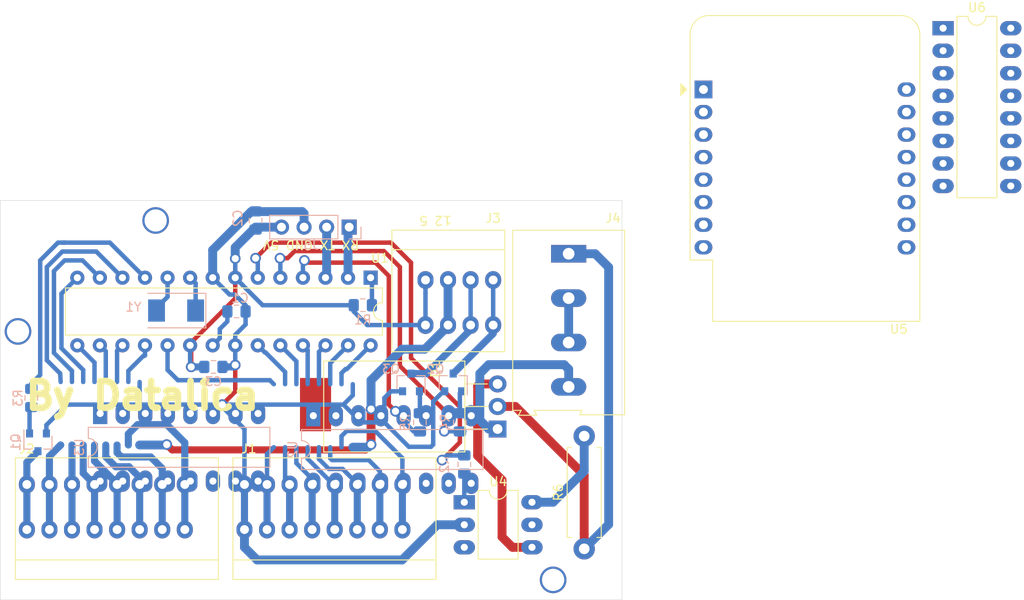
<source format=kicad_pcb>
(kicad_pcb (version 20171130) (host pcbnew 5.1.5-52549c5~84~ubuntu18.04.1)

  (general
    (thickness 1.6)
    (drawings 8)
    (tracks 335)
    (zones 0)
    (modules 25)
    (nets 77)
  )

  (page A4)
  (layers
    (0 F.Cu signal)
    (31 B.Cu signal)
    (32 B.Adhes user)
    (33 F.Adhes user)
    (34 B.Paste user)
    (35 F.Paste user)
    (36 B.SilkS user)
    (37 F.SilkS user)
    (38 B.Mask user)
    (39 F.Mask user)
    (40 Dwgs.User user)
    (41 Cmts.User user)
    (42 Eco1.User user)
    (43 Eco2.User user)
    (44 Edge.Cuts user)
    (45 Margin user)
    (46 B.CrtYd user)
    (47 F.CrtYd user)
    (48 B.Fab user hide)
    (49 F.Fab user hide)
  )

  (setup
    (last_trace_width 0.25)
    (user_trace_width 0.5)
    (user_trace_width 0.8)
    (user_trace_width 1)
    (trace_clearance 0.2)
    (zone_clearance 0.508)
    (zone_45_only no)
    (trace_min 0.2)
    (via_size 0.8)
    (via_drill 0.4)
    (via_min_size 0.4)
    (via_min_drill 0.3)
    (user_via 1.2 0.8)
    (uvia_size 0.3)
    (uvia_drill 0.1)
    (uvias_allowed no)
    (uvia_min_size 0.2)
    (uvia_min_drill 0.1)
    (edge_width 0.05)
    (segment_width 0.2)
    (pcb_text_width 0.3)
    (pcb_text_size 1.5 1.5)
    (mod_edge_width 0.12)
    (mod_text_size 1 1)
    (mod_text_width 0.15)
    (pad_size 3.5 3.5)
    (pad_drill 3.5)
    (pad_to_mask_clearance 0.051)
    (solder_mask_min_width 0.25)
    (aux_axis_origin 0 0)
    (visible_elements FFFFFF7F)
    (pcbplotparams
      (layerselection 0x010fc_ffffffff)
      (usegerberextensions false)
      (usegerberattributes false)
      (usegerberadvancedattributes false)
      (creategerberjobfile false)
      (excludeedgelayer true)
      (linewidth 0.100000)
      (plotframeref false)
      (viasonmask false)
      (mode 1)
      (useauxorigin false)
      (hpglpennumber 1)
      (hpglpenspeed 20)
      (hpglpendiameter 15.000000)
      (psnegative false)
      (psa4output false)
      (plotreference true)
      (plotvalue true)
      (plotinvisibletext false)
      (padsonsilk false)
      (subtractmaskfromsilk false)
      (outputformat 1)
      (mirror false)
      (drillshape 1)
      (scaleselection 1)
      (outputdirectory ""))
  )

  (net 0 "")
  (net 1 "Net-(C1-Pad1)")
  (net 2 GND)
  (net 3 "Net-(D1-Pad1)")
  (net 4 "Net-(D1-Pad2)")
  (net 5 "Net-(D1-Pad3)")
  (net 6 VO8)
  (net 7 VO7)
  (net 8 VO6)
  (net 9 VO5)
  (net 10 VO4)
  (net 11 VO3)
  (net 12 VO2)
  (net 13 VO1)
  (net 14 VO9)
  (net 15 VO10)
  (net 16 LO1)
  (net 17 LO2)
  (net 18 LO3)
  (net 19 LO4)
  (net 20 L05)
  (net 21 MO2)
  (net 22 MO1)
  (net 23 +5V)
  (net 24 +12V)
  (net 25 "Net-(J4-Pad2)")
  (net 26 "Net-(Q1-Pad1)")
  (net 27 "Net-(Q2-Pad1)")
  (net 28 "Net-(Q3-Pad1)")
  (net 29 "Net-(R1-Pad2)")
  (net 30 Calentador)
  (net 31 "Net-(R2-Pad1)")
  (net 32 L5)
  (net 33 M1)
  (net 34 M2)
  (net 35 "Net-(R6-Pad2)")
  (net 36 RX)
  (net 37 V10)
  (net 38 TX)
  (net 39 V9)
  (net 40 L1)
  (net 41 V8)
  (net 42 L2)
  (net 43 V7)
  (net 44 L3)
  (net 45 "Net-(U1-Pad9)")
  (net 46 V6)
  (net 47 "Net-(U1-Pad10)")
  (net 48 V5)
  (net 49 L4)
  (net 50 V4)
  (net 51 V3)
  (net 52 V2)
  (net 53 V1)
  (net 54 "Net-(U4-Pad5)")
  (net 55 "Net-(U4-Pad3)")
  (net 56 H1)
  (net 57 "Net-(U1-Pad5)")
  (net 58 "Net-(U1-Pad4)")
  (net 59 "Net-(U5-Pad2)")
  (net 60 "Net-(U5-Pad1)")
  (net 61 H_I2)
  (net 62 DHT_I1)
  (net 63 DHT_I2)
  (net 64 DHT_I3)
  (net 65 "Net-(U5-Pad8)")
  (net 66 H_I1)
  (net 67 SH2)
  (net 68 SH1)
  (net 69 Tx)
  (net 70 Rx)
  (net 71 "Net-(U6-Pad10)")
  (net 72 "Net-(U6-Pad11)")
  (net 73 SHO2)
  (net 74 "Net-(U6-Pad6)")
  (net 75 H01)
  (net 76 "Net-(U6-Pad7)")

  (net_class Default "This is the default net class."
    (clearance 0.2)
    (trace_width 0.25)
    (via_dia 0.8)
    (via_drill 0.4)
    (uvia_dia 0.3)
    (uvia_drill 0.1)
    (add_net +12V)
    (add_net +5V)
    (add_net Calentador)
    (add_net DHT_I1)
    (add_net DHT_I2)
    (add_net DHT_I3)
    (add_net GND)
    (add_net H01)
    (add_net H1)
    (add_net H_I1)
    (add_net H_I2)
    (add_net L05)
    (add_net L1)
    (add_net L2)
    (add_net L3)
    (add_net L4)
    (add_net L5)
    (add_net LO1)
    (add_net LO2)
    (add_net LO3)
    (add_net LO4)
    (add_net M1)
    (add_net M2)
    (add_net MO1)
    (add_net MO2)
    (add_net "Net-(C1-Pad1)")
    (add_net "Net-(D1-Pad1)")
    (add_net "Net-(D1-Pad2)")
    (add_net "Net-(D1-Pad3)")
    (add_net "Net-(J4-Pad2)")
    (add_net "Net-(Q1-Pad1)")
    (add_net "Net-(Q2-Pad1)")
    (add_net "Net-(Q3-Pad1)")
    (add_net "Net-(R1-Pad2)")
    (add_net "Net-(R2-Pad1)")
    (add_net "Net-(R6-Pad2)")
    (add_net "Net-(U1-Pad10)")
    (add_net "Net-(U1-Pad4)")
    (add_net "Net-(U1-Pad5)")
    (add_net "Net-(U1-Pad9)")
    (add_net "Net-(U4-Pad3)")
    (add_net "Net-(U4-Pad5)")
    (add_net "Net-(U5-Pad1)")
    (add_net "Net-(U5-Pad2)")
    (add_net "Net-(U5-Pad8)")
    (add_net "Net-(U6-Pad10)")
    (add_net "Net-(U6-Pad11)")
    (add_net "Net-(U6-Pad6)")
    (add_net "Net-(U6-Pad7)")
    (add_net RX)
    (add_net Rx)
    (add_net SH1)
    (add_net SH2)
    (add_net SHO2)
    (add_net TX)
    (add_net Tx)
    (add_net V1)
    (add_net V10)
    (add_net V2)
    (add_net V3)
    (add_net V4)
    (add_net V5)
    (add_net V6)
    (add_net V7)
    (add_net V8)
    (add_net V9)
    (add_net VO1)
    (add_net VO10)
    (add_net VO2)
    (add_net VO3)
    (add_net VO4)
    (add_net VO5)
    (add_net VO6)
    (add_net VO7)
    (add_net VO8)
    (add_net VO9)
  )

  (module Package_TO_SOT_THT:TO-220-3_Horizontal_TabDown (layer F.Cu) (tedit 5E3DEB30) (tstamp 5E3E3817)
    (at 142 126.75 90)
    (descr "TO-220-3, Horizontal, RM 2.54mm, see https://www.vishay.com/docs/66542/to-220-1.pdf")
    (tags "TO-220-3 Horizontal RM 2.54mm")
    (path /5E5C995B)
    (fp_text reference D1 (at 6.75 -7 90) (layer F.SilkS)
      (effects (font (size 1 1) (thickness 0.15)))
    )
    (fp_text value BTA16 (at 2.54 2 90) (layer F.Fab)
      (effects (font (size 1 1) (thickness 0.15)))
    )
    (fp_text user %R (at 2.54 -20.58 90) (layer F.Fab)
      (effects (font (size 1 1) (thickness 0.15)))
    )
    (fp_line (start 7.79 -19.71) (end -2.71 -19.71) (layer F.CrtYd) (width 0.05))
    (fp_line (start 7.79 1.25) (end 7.79 -19.71) (layer F.CrtYd) (width 0.05))
    (fp_line (start -2.71 1.25) (end 7.79 1.25) (layer F.CrtYd) (width 0.05))
    (fp_line (start -2.71 -19.71) (end -2.71 1.25) (layer F.CrtYd) (width 0.05))
    (fp_line (start 5.08 -3.69) (end 5.08 -1.15) (layer F.SilkS) (width 0.12))
    (fp_line (start 2.54 -3.69) (end 2.54 -1.15) (layer F.SilkS) (width 0.12))
    (fp_line (start 0 -3.69) (end 0 -1.15) (layer F.SilkS) (width 0.12))
    (fp_line (start 7.66 -19.58) (end 7.66 -3.69) (layer F.SilkS) (width 0.12))
    (fp_line (start -2.58 -19.58) (end -2.58 -3.69) (layer F.SilkS) (width 0.12))
    (fp_line (start -2.58 -19.58) (end 7.66 -19.58) (layer F.SilkS) (width 0.12))
    (fp_line (start -2.58 -3.69) (end 7.66 -3.69) (layer F.SilkS) (width 0.12))
    (fp_line (start 5.08 -3.81) (end 5.08 0) (layer F.Fab) (width 0.1))
    (fp_line (start 2.54 -3.81) (end 2.54 0) (layer F.Fab) (width 0.1))
    (fp_line (start 0 -3.81) (end 0 0) (layer F.Fab) (width 0.1))
    (fp_line (start 7.54 -3.81) (end -2.46 -3.81) (layer F.Fab) (width 0.1))
    (fp_line (start 7.54 -13.06) (end 7.54 -3.81) (layer F.Fab) (width 0.1))
    (fp_line (start -2.46 -13.06) (end 7.54 -13.06) (layer F.Fab) (width 0.1))
    (fp_line (start -2.46 -3.81) (end -2.46 -13.06) (layer F.Fab) (width 0.1))
    (fp_line (start 7.54 -13.06) (end -2.46 -13.06) (layer F.Fab) (width 0.1))
    (fp_line (start 7.54 -19.46) (end 7.54 -13.06) (layer F.Fab) (width 0.1))
    (fp_line (start -2.46 -19.46) (end 7.54 -19.46) (layer F.Fab) (width 0.1))
    (fp_line (start -2.46 -13.06) (end -2.46 -19.46) (layer F.Fab) (width 0.1))
    (fp_circle (center 2.54 -16.66) (end 4.39 -16.66) (layer F.Fab) (width 0.1))
    (pad 3 thru_hole oval (at 5.08 0 90) (size 1.905 2) (drill 1.1) (layers *.Cu *.Mask)
      (net 5 "Net-(D1-Pad3)"))
    (pad 2 thru_hole oval (at 2.54 0 90) (size 1.905 2) (drill 1.1) (layers *.Cu *.Mask)
      (net 4 "Net-(D1-Pad2)"))
    (pad 1 thru_hole rect (at 0 0 90) (size 1.905 2) (drill 1.1) (layers *.Cu *.Mask)
      (net 3 "Net-(D1-Pad1)"))
    (pad "" smd rect (at 2.75 -20.5 90) (size 6 3.5) (layers F.Cu F.Paste F.Mask))
    (model ${KISYS3DMOD}/Package_TO_SOT_THT.3dshapes/TO-220-3_Horizontal_TabDown.wrl
      (at (xyz 0 0 0))
      (scale (xyz 1 1 1))
      (rotate (xyz 0 0 0))
    )
  )

  (module potenciaFootprints:BorneraKF141R_8Pins (layer F.Cu) (tedit 5E3DAAF8) (tstamp 5E3E3849)
    (at 89 130)
    (path /5E508A88)
    (fp_text reference J2 (at 0 -1.016) (layer F.SilkS)
      (effects (font (size 1 1) (thickness 0.15)))
    )
    (fp_text value "Bornera Resorte" (at 6.6294 -1.0922) (layer F.Fab)
      (effects (font (size 1 1) (thickness 0.15)))
    )
    (fp_line (start -1.3 11.5) (end 21.56 11.5) (layer F.SilkS) (width 0.12))
    (fp_line (start 21.56 0) (end -1.3 0) (layer F.SilkS) (width 0.12))
    (fp_line (start 21.56 13.7) (end 21.56 0) (layer F.SilkS) (width 0.12))
    (fp_line (start -1.3 13.7) (end 21.56 13.7) (layer F.SilkS) (width 0.12))
    (fp_line (start -1.3 0) (end -1.3 13.7) (layer F.SilkS) (width 0.12))
    (pad 8 thru_hole oval (at 17.78 8.08 90) (size 2 1.8) (drill oval 1) (layers *.Cu *.Mask)
      (net 6 VO8))
    (pad 8 thru_hole oval (at 17.78 3 90) (size 2 1.8) (drill oval 1) (layers *.Cu *.Mask)
      (net 6 VO8))
    (pad 7 thru_hole oval (at 15.24 3 90) (size 2 1.8) (drill oval 1) (layers *.Cu *.Mask)
      (net 14 VO9))
    (pad 7 thru_hole oval (at 15.24 8.08 90) (size 2 1.8) (drill oval 1) (layers *.Cu *.Mask)
      (net 14 VO9))
    (pad 6 thru_hole oval (at 12.7 8.08 90) (size 2 1.8) (drill oval 1) (layers *.Cu *.Mask)
      (net 15 VO10))
    (pad 6 thru_hole oval (at 12.7 3 90) (size 2 1.8) (drill oval 1) (layers *.Cu *.Mask)
      (net 15 VO10))
    (pad 5 thru_hole oval (at 10.16 8.08 90) (size 2 1.8) (drill oval 1) (layers *.Cu *.Mask)
      (net 16 LO1))
    (pad 5 thru_hole oval (at 10.16 3 90) (size 2 1.8) (drill oval 1) (layers *.Cu *.Mask)
      (net 16 LO1))
    (pad 4 thru_hole oval (at 7.62 8.08 90) (size 2 1.8) (drill oval 1) (layers *.Cu *.Mask)
      (net 17 LO2))
    (pad 4 thru_hole oval (at 7.62 3 90) (size 2 1.8) (drill oval 1) (layers *.Cu *.Mask)
      (net 17 LO2))
    (pad 3 thru_hole oval (at 5.08 8.08 90) (size 2 1.8) (drill oval 1) (layers *.Cu *.Mask)
      (net 18 LO3))
    (pad 3 thru_hole oval (at 5.08 3 90) (size 2 1.8) (drill oval 1) (layers *.Cu *.Mask)
      (net 18 LO3))
    (pad 2 thru_hole oval (at 2.54 8.08 90) (size 2 1.8) (drill oval 1) (layers *.Cu *.Mask)
      (net 19 LO4))
    (pad 2 thru_hole oval (at 2.54 3 90) (size 2 1.8) (drill oval 1) (layers *.Cu *.Mask)
      (net 19 LO4))
    (pad 1 thru_hole oval (at 0 8.08 90) (size 2 1.8) (drill oval 1) (layers *.Cu *.Mask)
      (net 20 L05))
    (pad 1 thru_hole oval (at 0 3 90) (size 2 1.8) (drill oval 1) (layers *.Cu *.Mask)
      (net 20 L05))
  )

  (module Capacitor_SMD:C_0805_2012Metric_Pad1.15x1.40mm_HandSolder (layer B.Cu) (tedit 5B36C52B) (tstamp 5E3E6CE8)
    (at 112.6 113.5)
    (descr "Capacitor SMD 0805 (2012 Metric), square (rectangular) end terminal, IPC_7351 nominal with elongated pad for handsoldering. (Body size source: https://docs.google.com/spreadsheets/d/1BsfQQcO9C6DZCsRaXUlFlo91Tg2WpOkGARC1WS5S8t0/edit?usp=sharing), generated with kicad-footprint-generator")
    (tags "capacitor handsolder")
    (path /5E3D6A43)
    (attr smd)
    (fp_text reference C1 (at 0.4 -1.5) (layer B.SilkS)
      (effects (font (size 1 1) (thickness 0.15)) (justify mirror))
    )
    (fp_text value 100nF (at 0 -1.65) (layer B.Fab)
      (effects (font (size 1 1) (thickness 0.15)) (justify mirror))
    )
    (fp_text user %R (at 0 0) (layer B.Fab)
      (effects (font (size 0.5 0.5) (thickness 0.08)) (justify mirror))
    )
    (fp_line (start 1.85 -0.95) (end -1.85 -0.95) (layer B.CrtYd) (width 0.05))
    (fp_line (start 1.85 0.95) (end 1.85 -0.95) (layer B.CrtYd) (width 0.05))
    (fp_line (start -1.85 0.95) (end 1.85 0.95) (layer B.CrtYd) (width 0.05))
    (fp_line (start -1.85 -0.95) (end -1.85 0.95) (layer B.CrtYd) (width 0.05))
    (fp_line (start -0.261252 -0.71) (end 0.261252 -0.71) (layer B.SilkS) (width 0.12))
    (fp_line (start -0.261252 0.71) (end 0.261252 0.71) (layer B.SilkS) (width 0.12))
    (fp_line (start 1 -0.6) (end -1 -0.6) (layer B.Fab) (width 0.1))
    (fp_line (start 1 0.6) (end 1 -0.6) (layer B.Fab) (width 0.1))
    (fp_line (start -1 0.6) (end 1 0.6) (layer B.Fab) (width 0.1))
    (fp_line (start -1 -0.6) (end -1 0.6) (layer B.Fab) (width 0.1))
    (pad 2 smd roundrect (at 1.025 0) (size 1.15 1.4) (layers B.Cu B.Paste B.Mask) (roundrect_rratio 0.217391)
      (net 2 GND))
    (pad 1 smd roundrect (at -1.025 0) (size 1.15 1.4) (layers B.Cu B.Paste B.Mask) (roundrect_rratio 0.217391)
      (net 1 "Net-(C1-Pad1)"))
    (model ${KISYS3DMOD}/Capacitor_SMD.3dshapes/C_0805_2012Metric.wrl
      (at (xyz 0 0 0))
      (scale (xyz 1 1 1))
      (rotate (xyz 0 0 0))
    )
  )

  (module potenciaFootprints:BorneraKF141R_8Pins (layer F.Cu) (tedit 5E3DAAF8) (tstamp 5E3E3830)
    (at 113.5 130)
    (path /5E507E00)
    (fp_text reference J1 (at 0.5 -1.016) (layer F.SilkS)
      (effects (font (size 1 1) (thickness 0.15)))
    )
    (fp_text value "Bornera Resorte" (at 6.6294 -1.0922) (layer F.Fab)
      (effects (font (size 1 1) (thickness 0.15)))
    )
    (fp_line (start -1.3 11.5) (end 21.56 11.5) (layer F.SilkS) (width 0.12))
    (fp_line (start 21.56 0) (end -1.3 0) (layer F.SilkS) (width 0.12))
    (fp_line (start 21.56 13.7) (end 21.56 0) (layer F.SilkS) (width 0.12))
    (fp_line (start -1.3 13.7) (end 21.56 13.7) (layer F.SilkS) (width 0.12))
    (fp_line (start -1.3 0) (end -1.3 13.7) (layer F.SilkS) (width 0.12))
    (pad 8 thru_hole oval (at 17.78 8.08 90) (size 2 1.8) (drill oval 1) (layers *.Cu *.Mask)
      (net 7 VO7))
    (pad 8 thru_hole oval (at 17.78 3 90) (size 2 1.8) (drill oval 1) (layers *.Cu *.Mask)
      (net 7 VO7))
    (pad 7 thru_hole oval (at 15.24 3 90) (size 2 1.8) (drill oval 1) (layers *.Cu *.Mask)
      (net 8 VO6))
    (pad 7 thru_hole oval (at 15.24 8.08 90) (size 2 1.8) (drill oval 1) (layers *.Cu *.Mask)
      (net 8 VO6))
    (pad 6 thru_hole oval (at 12.7 8.08 90) (size 2 1.8) (drill oval 1) (layers *.Cu *.Mask)
      (net 9 VO5))
    (pad 6 thru_hole oval (at 12.7 3 90) (size 2 1.8) (drill oval 1) (layers *.Cu *.Mask)
      (net 9 VO5))
    (pad 5 thru_hole oval (at 10.16 8.08 90) (size 2 1.8) (drill oval 1) (layers *.Cu *.Mask)
      (net 10 VO4))
    (pad 5 thru_hole oval (at 10.16 3 90) (size 2 1.8) (drill oval 1) (layers *.Cu *.Mask)
      (net 10 VO4))
    (pad 4 thru_hole oval (at 7.62 8.08 90) (size 2 1.8) (drill oval 1) (layers *.Cu *.Mask)
      (net 11 VO3))
    (pad 4 thru_hole oval (at 7.62 3 90) (size 2 1.8) (drill oval 1) (layers *.Cu *.Mask)
      (net 11 VO3))
    (pad 3 thru_hole oval (at 5.08 8.08 90) (size 2 1.8) (drill oval 1) (layers *.Cu *.Mask)
      (net 12 VO2))
    (pad 3 thru_hole oval (at 5.08 3 90) (size 2 1.8) (drill oval 1) (layers *.Cu *.Mask)
      (net 12 VO2))
    (pad 2 thru_hole oval (at 2.54 8.08 90) (size 2 1.8) (drill oval 1) (layers *.Cu *.Mask)
      (net 13 VO1))
    (pad 2 thru_hole oval (at 2.54 3 90) (size 2 1.8) (drill oval 1) (layers *.Cu *.Mask)
      (net 13 VO1))
    (pad 1 thru_hole oval (at 0 8.08 90) (size 2 1.8) (drill oval 1) (layers *.Cu *.Mask)
      (net 2 GND))
    (pad 1 thru_hole oval (at 0 3 90) (size 2 1.8) (drill oval 1) (layers *.Cu *.Mask)
      (net 2 GND))
  )

  (module potenciaFootprints:BorneraKF141R_4Pins (layer F.Cu) (tedit 5E3DE2AF) (tstamp 5E3E385A)
    (at 141.5 118 180)
    (path /5E605B6B)
    (fp_text reference J3 (at 0 15) (layer F.SilkS)
      (effects (font (size 1 1) (thickness 0.15)))
    )
    (fp_text value "Bornera Resorte" (at 0 -0.5) (layer F.Fab)
      (effects (font (size 1 1) (thickness 0.15)))
    )
    (fp_line (start 11.4 13.6619) (end 11.4 -0.0381) (layer F.SilkS) (width 0.12))
    (fp_line (start -1.3 11.4619) (end 11.4 11.4619) (layer F.SilkS) (width 0.12))
    (fp_line (start 11.4 -0.0381) (end -1.3 -0.0381) (layer F.SilkS) (width 0.12))
    (fp_line (start -1.3 13.6619) (end 11.4 13.6619) (layer F.SilkS) (width 0.12))
    (fp_line (start -1.3 -0.0381) (end -1.3 13.6619) (layer F.SilkS) (width 0.12))
    (pad 1 thru_hole oval (at 0 8.0419 270) (size 2 1.8) (drill oval 1) (layers *.Cu *.Mask)
      (net 22 MO1))
    (pad 3 thru_hole oval (at 5.08 2.9619 270) (size 2 1.8) (drill oval 1) (layers *.Cu *.Mask)
      (net 24 +12V))
    (pad 4 thru_hole oval (at 7.62 8.0419 270) (size 2 1.8) (drill oval 1) (layers *.Cu *.Mask)
      (net 23 +5V))
    (pad 3 thru_hole oval (at 5.08 8.0419 270) (size 2 1.8) (drill oval 1) (layers *.Cu *.Mask)
      (net 24 +12V))
    (pad 4 thru_hole oval (at 7.62 2.9619 270) (size 2 1.8) (drill oval 1) (layers *.Cu *.Mask)
      (net 23 +5V))
    (pad 2 thru_hole oval (at 2.54 2.9619 270) (size 2 1.8) (drill oval 1) (layers *.Cu *.Mask)
      (net 21 MO2))
    (pad 1 thru_hole oval (at 0 2.9619 270) (size 2 1.8) (drill oval 1) (layers *.Cu *.Mask)
      (net 22 MO1))
    (pad 2 thru_hole oval (at 2.54 8.0419 270) (size 2 1.8) (drill oval 1) (layers *.Cu *.Mask)
      (net 21 MO2))
    (model "${KIPRJMOD}/User Library-DG141R-4-2_54.STEP"
      (offset (xyz 12 0 12.5))
      (scale (xyz 1 1 1))
      (rotate (xyz 0 0 180))
    )
  )

  (module TerminalBlock:TerminalBlock_Altech_AK300-4_P5.00mm (layer F.Cu) (tedit 59FF0306) (tstamp 5E3E38F4)
    (at 150 107 270)
    (descr "Altech AK300 terminal block, pitch 5.0mm, 45 degree angled, see http://www.mouser.com/ds/2/16/PCBMETRC-24178.pdf")
    (tags "Altech AK300 terminal block pitch 5.0mm")
    (path /5E5DB82C)
    (fp_text reference J4 (at -4 -5 180) (layer F.SilkS)
      (effects (font (size 1 1) (thickness 0.15)))
    )
    (fp_text value "Bornera 4 pines" (at 7.45 7.45 90) (layer F.Fab)
      (effects (font (size 1 1) (thickness 0.15)))
    )
    (fp_arc (start -1.16 -4.65) (end -1.44 -4.13) (angle 104.2) (layer F.Fab) (width 0.1))
    (fp_arc (start -0.04 -3.71) (end -1.64 -5) (angle 100) (layer F.Fab) (width 0.1))
    (fp_arc (start 0.04 -6.07) (end 1.5 -4.12) (angle 75.5) (layer F.Fab) (width 0.1))
    (fp_arc (start 1 -4.59) (end 1.51 -5.05) (angle 90.5) (layer F.Fab) (width 0.1))
    (fp_arc (start 3.85 -4.65) (end 3.56 -4.13) (angle 104.2) (layer F.Fab) (width 0.1))
    (fp_arc (start 4.96 -3.71) (end 3.36 -5) (angle 100) (layer F.Fab) (width 0.1))
    (fp_arc (start 5.04 -6.07) (end 6.5 -4.12) (angle 75.5) (layer F.Fab) (width 0.1))
    (fp_arc (start 6.01 -4.59) (end 6.51 -5.05) (angle 90.5) (layer F.Fab) (width 0.1))
    (fp_arc (start 16.02 -4.59) (end 16.52 -5.05) (angle 90.5) (layer F.Fab) (width 0.1))
    (fp_arc (start 15.05 -6.07) (end 16.51 -4.12) (angle 75.5) (layer F.Fab) (width 0.1))
    (fp_arc (start 14.97 -3.71) (end 13.37 -5) (angle 100) (layer F.Fab) (width 0.1))
    (fp_arc (start 13.86 -4.65) (end 13.57 -4.13) (angle 104.2) (layer F.Fab) (width 0.1))
    (fp_arc (start 8.83 -4.65) (end 8.54 -4.13) (angle 104.2) (layer F.Fab) (width 0.1))
    (fp_arc (start 9.94 -3.71) (end 8.34 -5) (angle 100) (layer F.Fab) (width 0.1))
    (fp_arc (start 10.02 -6.07) (end 11.48 -4.12) (angle 75.5) (layer F.Fab) (width 0.1))
    (fp_arc (start 10.99 -4.59) (end 11.49 -5.05) (angle 90.5) (layer F.Fab) (width 0.1))
    (fp_line (start 18.35 6.47) (end -2.83 6.47) (layer F.CrtYd) (width 0.05))
    (fp_line (start 18.35 6.47) (end 18.35 -6.47) (layer F.CrtYd) (width 0.05))
    (fp_line (start -2.83 -6.47) (end -2.83 6.47) (layer F.CrtYd) (width 0.05))
    (fp_line (start -2.83 -6.47) (end 18.35 -6.47) (layer F.CrtYd) (width 0.05))
    (fp_line (start 3.34 -0.25) (end 6.64 -0.25) (layer F.Fab) (width 0.1))
    (fp_line (start 2.96 -0.25) (end 3.34 -0.25) (layer F.Fab) (width 0.1))
    (fp_line (start 7.02 -0.25) (end 6.64 -0.25) (layer F.Fab) (width 0.1))
    (fp_line (start 1.64 -0.25) (end -1.67 -0.25) (layer F.Fab) (width 0.1))
    (fp_line (start 2.02 -0.25) (end 1.64 -0.25) (layer F.Fab) (width 0.1))
    (fp_line (start -2.05 -0.25) (end -1.67 -0.25) (layer F.Fab) (width 0.1))
    (fp_line (start -1.51 -4.32) (end 1.53 -4.95) (layer F.Fab) (width 0.1))
    (fp_line (start -1.64 -4.45) (end 1.41 -5.08) (layer F.Fab) (width 0.1))
    (fp_line (start 3.49 -4.32) (end 6.54 -4.95) (layer F.Fab) (width 0.1))
    (fp_line (start 3.36 -4.45) (end 6.41 -5.08) (layer F.Fab) (width 0.1))
    (fp_line (start 2.02 -5.97) (end -2.05 -5.97) (layer F.Fab) (width 0.1))
    (fp_line (start -2.05 -3.43) (end -2.05 -5.97) (layer F.Fab) (width 0.1))
    (fp_line (start 2.02 -3.43) (end -2.05 -3.43) (layer F.Fab) (width 0.1))
    (fp_line (start 2.02 -3.43) (end 2.02 -5.97) (layer F.Fab) (width 0.1))
    (fp_line (start 7.02 -3.43) (end 2.96 -3.43) (layer F.Fab) (width 0.1))
    (fp_line (start 7.02 -5.97) (end 7.02 -3.43) (layer F.Fab) (width 0.1))
    (fp_line (start 2.96 -5.97) (end 7.02 -5.97) (layer F.Fab) (width 0.1))
    (fp_line (start 2.96 -3.43) (end 2.96 -5.97) (layer F.Fab) (width 0.1))
    (fp_line (start -2.58 -3.17) (end -2.58 -6.22) (layer F.Fab) (width 0.1))
    (fp_line (start -2.58 -0.64) (end -2.58 -3.17) (layer F.Fab) (width 0.1))
    (fp_line (start -2.58 6.22) (end -2.58 -0.64) (layer F.Fab) (width 0.1))
    (fp_line (start 6.64 0.51) (end 6.26 0.51) (layer F.Fab) (width 0.1))
    (fp_line (start 3.34 0.51) (end 3.72 0.51) (layer F.Fab) (width 0.1))
    (fp_line (start 1.64 0.51) (end 1.26 0.51) (layer F.Fab) (width 0.1))
    (fp_line (start -1.67 0.51) (end -1.28 0.51) (layer F.Fab) (width 0.1))
    (fp_line (start -1.67 3.68) (end -1.67 0.51) (layer F.Fab) (width 0.1))
    (fp_line (start 1.64 3.68) (end -1.67 3.68) (layer F.Fab) (width 0.1))
    (fp_line (start 1.64 3.68) (end 1.64 0.51) (layer F.Fab) (width 0.1))
    (fp_line (start 3.34 3.68) (end 3.34 0.51) (layer F.Fab) (width 0.1))
    (fp_line (start 6.64 3.68) (end 3.34 3.68) (layer F.Fab) (width 0.1))
    (fp_line (start 6.64 3.68) (end 6.64 0.51) (layer F.Fab) (width 0.1))
    (fp_line (start -2.05 4.32) (end -2.05 6.22) (layer F.Fab) (width 0.1))
    (fp_line (start 2.02 4.32) (end 2.02 -0.25) (layer F.Fab) (width 0.1))
    (fp_line (start 2.02 4.32) (end -2.05 4.32) (layer F.Fab) (width 0.1))
    (fp_line (start 7.02 4.32) (end 7.02 6.22) (layer F.Fab) (width 0.1))
    (fp_line (start 2.96 4.32) (end 2.96 -0.25) (layer F.Fab) (width 0.1))
    (fp_line (start 2.96 4.32) (end 7.02 4.32) (layer F.Fab) (width 0.1))
    (fp_line (start -2.05 6.22) (end 2.02 6.22) (layer F.Fab) (width 0.1))
    (fp_line (start -2.58 6.22) (end -2.05 6.22) (layer F.Fab) (width 0.1))
    (fp_line (start -2.05 -0.25) (end -2.05 4.32) (layer F.Fab) (width 0.1))
    (fp_line (start 2.02 6.22) (end 2.96 6.22) (layer F.Fab) (width 0.1))
    (fp_line (start 2.02 6.22) (end 2.02 4.32) (layer F.Fab) (width 0.1))
    (fp_line (start 2.96 6.22) (end 7.02 6.22) (layer F.Fab) (width 0.1))
    (fp_line (start 7.02 -0.25) (end 7.02 4.32) (layer F.Fab) (width 0.1))
    (fp_line (start 2.96 6.22) (end 2.96 4.32) (layer F.Fab) (width 0.1))
    (fp_line (start 12.95 4.06) (end 12.95 5.21) (layer F.Fab) (width 0.1))
    (fp_line (start 12.95 5.21) (end 12.95 6.22) (layer F.Fab) (width 0.1))
    (fp_line (start 3.72 2.54) (end 3.72 -0.25) (layer F.Fab) (width 0.1))
    (fp_line (start 3.72 -0.25) (end 6.26 -0.25) (layer F.Fab) (width 0.1))
    (fp_line (start 6.26 2.54) (end 6.26 -0.25) (layer F.Fab) (width 0.1))
    (fp_line (start 3.72 2.54) (end 6.26 2.54) (layer F.Fab) (width 0.1))
    (fp_line (start -1.28 2.54) (end -1.28 -0.25) (layer F.Fab) (width 0.1))
    (fp_line (start -1.28 -0.25) (end 1.26 -0.25) (layer F.Fab) (width 0.1))
    (fp_line (start 1.26 2.54) (end 1.26 -0.25) (layer F.Fab) (width 0.1))
    (fp_line (start -1.28 2.54) (end 1.26 2.54) (layer F.Fab) (width 0.1))
    (fp_line (start 13.73 2.54) (end 16.27 2.54) (layer F.Fab) (width 0.1))
    (fp_line (start 16.27 2.54) (end 16.27 -0.25) (layer F.Fab) (width 0.1))
    (fp_line (start 13.73 -0.25) (end 16.27 -0.25) (layer F.Fab) (width 0.1))
    (fp_line (start 13.73 2.54) (end 13.73 -0.25) (layer F.Fab) (width 0.1))
    (fp_line (start 17.59 -6.22) (end 17.59 -3.17) (layer F.Fab) (width 0.1))
    (fp_line (start 17.59 -6.22) (end 18.1 -6.22) (layer F.Fab) (width 0.1))
    (fp_line (start 18.1 -6.22) (end 18.1 -1.4) (layer F.Fab) (width 0.1))
    (fp_line (start 18.1 -1.4) (end 17.59 -1.65) (layer F.Fab) (width 0.1))
    (fp_line (start 18.1 5.46) (end 17.59 5.21) (layer F.Fab) (width 0.1))
    (fp_line (start 17.59 5.21) (end 17.59 6.22) (layer F.Fab) (width 0.1))
    (fp_line (start 18.1 3.81) (end 17.59 4.06) (layer F.Fab) (width 0.1))
    (fp_line (start 17.59 4.06) (end 17.59 5.21) (layer F.Fab) (width 0.1))
    (fp_line (start 18.1 3.81) (end 18.1 5.46) (layer F.Fab) (width 0.1))
    (fp_line (start 12.97 6.22) (end 12.97 4.32) (layer F.Fab) (width 0.1))
    (fp_line (start 17.03 -0.25) (end 17.03 4.32) (layer F.Fab) (width 0.1))
    (fp_line (start 17.03 6.22) (end 17.59 6.22) (layer F.Fab) (width 0.1))
    (fp_line (start 12.97 4.32) (end 17.03 4.32) (layer F.Fab) (width 0.1))
    (fp_line (start 17.03 4.32) (end 17.03 6.22) (layer F.Fab) (width 0.1))
    (fp_line (start 16.65 3.68) (end 16.65 0.51) (layer F.Fab) (width 0.1))
    (fp_line (start 16.65 3.68) (end 13.35 3.68) (layer F.Fab) (width 0.1))
    (fp_line (start 13.35 3.68) (end 13.35 0.51) (layer F.Fab) (width 0.1))
    (fp_line (start 13.35 0.51) (end 13.73 0.51) (layer F.Fab) (width 0.1))
    (fp_line (start 16.65 0.51) (end 16.27 0.51) (layer F.Fab) (width 0.1))
    (fp_line (start 17.59 -1.65) (end 17.59 -0.64) (layer F.Fab) (width 0.1))
    (fp_line (start 17.59 -0.64) (end 17.59 4.06) (layer F.Fab) (width 0.1))
    (fp_line (start 17.59 -3.17) (end 17.59 -1.65) (layer F.Fab) (width 0.1))
    (fp_line (start 12.97 -3.43) (end 12.97 -5.97) (layer F.Fab) (width 0.1))
    (fp_line (start 12.97 -5.97) (end 17.03 -5.97) (layer F.Fab) (width 0.1))
    (fp_line (start 17.03 -5.97) (end 17.03 -3.43) (layer F.Fab) (width 0.1))
    (fp_line (start 17.03 -3.43) (end 12.97 -3.43) (layer F.Fab) (width 0.1))
    (fp_line (start 13.37 -4.45) (end 16.42 -5.08) (layer F.Fab) (width 0.1))
    (fp_line (start 13.5 -4.32) (end 16.55 -4.95) (layer F.Fab) (width 0.1))
    (fp_line (start 17.03 -0.25) (end 16.65 -0.25) (layer F.Fab) (width 0.1))
    (fp_line (start 12.97 -0.25) (end 13.35 -0.25) (layer F.Fab) (width 0.1))
    (fp_line (start 13.35 -0.25) (end 16.65 -0.25) (layer F.Fab) (width 0.1))
    (fp_line (start 12.95 4) (end 12.95 -0.25) (layer F.Fab) (width 0.1))
    (fp_line (start 12.66 -0.64) (end -2.52 -0.64) (layer F.Fab) (width 0.1))
    (fp_line (start 17.74 -6.22) (end -2.58 -6.22) (layer F.Fab) (width 0.1))
    (fp_line (start 17.59 -3.05) (end -2.58 -3.05) (layer F.Fab) (width 0.1))
    (fp_line (start 13.17 6.22) (end 7.07 6.22) (layer F.Fab) (width 0.1))
    (fp_line (start 16.95 6.22) (end 13.02 6.22) (layer F.Fab) (width 0.1))
    (fp_line (start 7.99 -0.25) (end 12.05 -0.25) (layer F.Fab) (width 0.1))
    (fp_line (start 7.99 6.22) (end 7.99 -0.25) (layer F.Fab) (width 0.1))
    (fp_line (start 12.51 -0.64) (end 17.59 -0.64) (layer F.Fab) (width 0.1))
    (fp_line (start 11.67 0.51) (end 11.29 0.51) (layer F.Fab) (width 0.1))
    (fp_line (start 11.67 3.68) (end 11.67 0.51) (layer F.Fab) (width 0.1))
    (fp_line (start 8.37 3.68) (end 11.67 3.68) (layer F.Fab) (width 0.1))
    (fp_line (start 8.37 0.51) (end 8.37 3.68) (layer F.Fab) (width 0.1))
    (fp_line (start 8.37 0.51) (end 8.75 0.51) (layer F.Fab) (width 0.1))
    (fp_line (start 12.05 6.22) (end 12.05 -0.25) (layer F.Fab) (width 0.1))
    (fp_line (start 7.99 4.32) (end 12.05 4.32) (layer F.Fab) (width 0.1))
    (fp_line (start 8.47 -4.32) (end 11.52 -4.95) (layer F.Fab) (width 0.1))
    (fp_line (start 8.34 -4.45) (end 11.39 -5.08) (layer F.Fab) (width 0.1))
    (fp_line (start 12 -3.43) (end 7.94 -3.43) (layer F.Fab) (width 0.1))
    (fp_line (start 12 -5.97) (end 12 -3.43) (layer F.Fab) (width 0.1))
    (fp_line (start 7.94 -5.97) (end 12 -5.97) (layer F.Fab) (width 0.1))
    (fp_line (start 7.94 -3.43) (end 7.94 -5.97) (layer F.Fab) (width 0.1))
    (fp_line (start 11.29 2.54) (end 11.29 -0.25) (layer F.Fab) (width 0.1))
    (fp_line (start 8.75 2.54) (end 11.29 2.54) (layer F.Fab) (width 0.1))
    (fp_line (start 8.75 -0.25) (end 8.75 2.54) (layer F.Fab) (width 0.1))
    (fp_line (start -2.65 6.3) (end -2.65 -6.3) (layer F.SilkS) (width 0.12))
    (fp_line (start 17.65 6.3) (end -2.65 6.3) (layer F.SilkS) (width 0.12))
    (fp_line (start 17.65 5.35) (end 17.65 6.3) (layer F.SilkS) (width 0.12))
    (fp_line (start 18.2 5.65) (end 17.65 5.35) (layer F.SilkS) (width 0.12))
    (fp_line (start 18.2 3.6) (end 18.2 5.65) (layer F.SilkS) (width 0.12))
    (fp_line (start 17.65 3.9) (end 18.2 3.6) (layer F.SilkS) (width 0.12))
    (fp_line (start 17.65 -1.5) (end 17.65 3.9) (layer F.SilkS) (width 0.12))
    (fp_line (start 18.15 -1.25) (end 17.65 -1.5) (layer F.SilkS) (width 0.12))
    (fp_line (start 18.15 -6.3) (end 18.15 -1.25) (layer F.SilkS) (width 0.12))
    (fp_line (start -2.65 -6.3) (end 18.15 -6.3) (layer F.SilkS) (width 0.12))
    (fp_text user %R (at 7.5 -2 90) (layer F.Fab)
      (effects (font (size 1 1) (thickness 0.15)))
    )
    (pad 3 thru_hole oval (at 10 0 270) (size 1.98 3.96) (drill 1.32) (layers *.Cu *.Mask)
      (net 25 "Net-(J4-Pad2)"))
    (pad 4 thru_hole oval (at 15 0 270) (size 1.98 3.96) (drill 1.32) (layers *.Cu *.Mask)
      (net 3 "Net-(D1-Pad1)"))
    (pad 2 thru_hole oval (at 5 0 270) (size 1.98 3.96) (drill 1.32) (layers *.Cu *.Mask)
      (net 25 "Net-(J4-Pad2)"))
    (pad 1 thru_hole rect (at 0 0 270) (size 1.98 3.96) (drill 1.32) (layers *.Cu *.Mask)
      (net 4 "Net-(D1-Pad2)"))
    (model ${KISYS3DMOD}/TerminalBlock_Altech.3dshapes/Altech_AK300_1x04_P5.00mm_45-Degree.step
      (offset (xyz 15 0 0))
      (scale (xyz 1 1 1))
      (rotate (xyz 0 0 180))
    )
  )

  (module Package_TO_SOT_SMD:SOT-23 (layer B.Cu) (tedit 5A02FF57) (tstamp 5E3E3909)
    (at 90.25 128.25 270)
    (descr "SOT-23, Standard")
    (tags SOT-23)
    (path /5E4CCD1B)
    (attr smd)
    (fp_text reference Q1 (at 0 2.5 270) (layer B.SilkS)
      (effects (font (size 1 1) (thickness 0.15)) (justify mirror))
    )
    (fp_text value MMBT2222 (at 0 -2.5 270) (layer B.Fab)
      (effects (font (size 1 1) (thickness 0.15)) (justify mirror))
    )
    (fp_line (start 0.76 -1.58) (end -0.7 -1.58) (layer B.SilkS) (width 0.12))
    (fp_line (start 0.76 1.58) (end -1.4 1.58) (layer B.SilkS) (width 0.12))
    (fp_line (start -1.7 -1.75) (end -1.7 1.75) (layer B.CrtYd) (width 0.05))
    (fp_line (start 1.7 -1.75) (end -1.7 -1.75) (layer B.CrtYd) (width 0.05))
    (fp_line (start 1.7 1.75) (end 1.7 -1.75) (layer B.CrtYd) (width 0.05))
    (fp_line (start -1.7 1.75) (end 1.7 1.75) (layer B.CrtYd) (width 0.05))
    (fp_line (start 0.76 1.58) (end 0.76 0.65) (layer B.SilkS) (width 0.12))
    (fp_line (start 0.76 -1.58) (end 0.76 -0.65) (layer B.SilkS) (width 0.12))
    (fp_line (start -0.7 -1.52) (end 0.7 -1.52) (layer B.Fab) (width 0.1))
    (fp_line (start 0.7 1.52) (end 0.7 -1.52) (layer B.Fab) (width 0.1))
    (fp_line (start -0.7 0.95) (end -0.15 1.52) (layer B.Fab) (width 0.1))
    (fp_line (start -0.15 1.52) (end 0.7 1.52) (layer B.Fab) (width 0.1))
    (fp_line (start -0.7 0.95) (end -0.7 -1.5) (layer B.Fab) (width 0.1))
    (fp_text user %R (at 0 0) (layer B.Fab)
      (effects (font (size 0.5 0.5) (thickness 0.075)) (justify mirror))
    )
    (pad 3 smd rect (at 1 0 270) (size 0.9 0.8) (layers B.Cu B.Paste B.Mask)
      (net 20 L05))
    (pad 2 smd rect (at -1 -0.95 270) (size 0.9 0.8) (layers B.Cu B.Paste B.Mask)
      (net 2 GND))
    (pad 1 smd rect (at -1 0.95 270) (size 0.9 0.8) (layers B.Cu B.Paste B.Mask)
      (net 26 "Net-(Q1-Pad1)"))
    (model ${KISYS3DMOD}/Package_TO_SOT_SMD.3dshapes/SOT-23.wrl
      (at (xyz 0 0 0))
      (scale (xyz 1 1 1))
      (rotate (xyz 0 0 0))
    )
  )

  (module Package_TO_SOT_SMD:SOT-23 (layer B.Cu) (tedit 5A02FF57) (tstamp 5E3E391E)
    (at 137 121.5 90)
    (descr "SOT-23, Standard")
    (tags SOT-23)
    (path /5E4E8A72)
    (attr smd)
    (fp_text reference Q2 (at 1.5 -2 180) (layer B.SilkS)
      (effects (font (size 1 1) (thickness 0.15)) (justify mirror))
    )
    (fp_text value MMBT2222 (at 0 -2.5 90) (layer B.Fab)
      (effects (font (size 1 1) (thickness 0.15)) (justify mirror))
    )
    (fp_line (start 0.76 -1.58) (end -0.7 -1.58) (layer B.SilkS) (width 0.12))
    (fp_line (start 0.76 1.58) (end -1.4 1.58) (layer B.SilkS) (width 0.12))
    (fp_line (start -1.7 -1.75) (end -1.7 1.75) (layer B.CrtYd) (width 0.05))
    (fp_line (start 1.7 -1.75) (end -1.7 -1.75) (layer B.CrtYd) (width 0.05))
    (fp_line (start 1.7 1.75) (end 1.7 -1.75) (layer B.CrtYd) (width 0.05))
    (fp_line (start -1.7 1.75) (end 1.7 1.75) (layer B.CrtYd) (width 0.05))
    (fp_line (start 0.76 1.58) (end 0.76 0.65) (layer B.SilkS) (width 0.12))
    (fp_line (start 0.76 -1.58) (end 0.76 -0.65) (layer B.SilkS) (width 0.12))
    (fp_line (start -0.7 -1.52) (end 0.7 -1.52) (layer B.Fab) (width 0.1))
    (fp_line (start 0.7 1.52) (end 0.7 -1.52) (layer B.Fab) (width 0.1))
    (fp_line (start -0.7 0.95) (end -0.15 1.52) (layer B.Fab) (width 0.1))
    (fp_line (start -0.15 1.52) (end 0.7 1.52) (layer B.Fab) (width 0.1))
    (fp_line (start -0.7 0.95) (end -0.7 -1.5) (layer B.Fab) (width 0.1))
    (fp_text user %R (at 0 0 180) (layer B.Fab)
      (effects (font (size 0.5 0.5) (thickness 0.075)) (justify mirror))
    )
    (pad 3 smd rect (at 1 0 90) (size 0.9 0.8) (layers B.Cu B.Paste B.Mask)
      (net 22 MO1))
    (pad 2 smd rect (at -1 -0.95 90) (size 0.9 0.8) (layers B.Cu B.Paste B.Mask)
      (net 2 GND))
    (pad 1 smd rect (at -1 0.95 90) (size 0.9 0.8) (layers B.Cu B.Paste B.Mask)
      (net 27 "Net-(Q2-Pad1)"))
    (model ${KISYS3DMOD}/Package_TO_SOT_SMD.3dshapes/SOT-23.wrl
      (at (xyz 0 0 0))
      (scale (xyz 1 1 1))
      (rotate (xyz 0 0 0))
    )
  )

  (module Package_TO_SOT_SMD:SOT-23 (layer B.Cu) (tedit 5A02FF57) (tstamp 5E3E3933)
    (at 132.25 121.5 90)
    (descr "SOT-23, Standard")
    (tags SOT-23)
    (path /5E4EAFB5)
    (attr smd)
    (fp_text reference Q3 (at 1.5 -2.25) (layer B.SilkS)
      (effects (font (size 1 1) (thickness 0.15)) (justify mirror))
    )
    (fp_text value MMBT2222 (at 0 -2.5 270) (layer B.Fab)
      (effects (font (size 1 1) (thickness 0.15)) (justify mirror))
    )
    (fp_line (start 0.76 -1.58) (end -0.7 -1.58) (layer B.SilkS) (width 0.12))
    (fp_line (start 0.76 1.58) (end -1.4 1.58) (layer B.SilkS) (width 0.12))
    (fp_line (start -1.7 -1.75) (end -1.7 1.75) (layer B.CrtYd) (width 0.05))
    (fp_line (start 1.7 -1.75) (end -1.7 -1.75) (layer B.CrtYd) (width 0.05))
    (fp_line (start 1.7 1.75) (end 1.7 -1.75) (layer B.CrtYd) (width 0.05))
    (fp_line (start -1.7 1.75) (end 1.7 1.75) (layer B.CrtYd) (width 0.05))
    (fp_line (start 0.76 1.58) (end 0.76 0.65) (layer B.SilkS) (width 0.12))
    (fp_line (start 0.76 -1.58) (end 0.76 -0.65) (layer B.SilkS) (width 0.12))
    (fp_line (start -0.7 -1.52) (end 0.7 -1.52) (layer B.Fab) (width 0.1))
    (fp_line (start 0.7 1.52) (end 0.7 -1.52) (layer B.Fab) (width 0.1))
    (fp_line (start -0.7 0.95) (end -0.15 1.52) (layer B.Fab) (width 0.1))
    (fp_line (start -0.15 1.52) (end 0.7 1.52) (layer B.Fab) (width 0.1))
    (fp_line (start -0.7 0.95) (end -0.7 -1.5) (layer B.Fab) (width 0.1))
    (fp_text user %R (at 0 0) (layer B.Fab)
      (effects (font (size 0.5 0.5) (thickness 0.075)) (justify mirror))
    )
    (pad 3 smd rect (at 1 0 90) (size 0.9 0.8) (layers B.Cu B.Paste B.Mask)
      (net 21 MO2))
    (pad 2 smd rect (at -1 -0.95 90) (size 0.9 0.8) (layers B.Cu B.Paste B.Mask)
      (net 2 GND))
    (pad 1 smd rect (at -1 0.95 90) (size 0.9 0.8) (layers B.Cu B.Paste B.Mask)
      (net 28 "Net-(Q3-Pad1)"))
    (model ${KISYS3DMOD}/Package_TO_SOT_SMD.3dshapes/SOT-23.wrl
      (at (xyz 0 0 0))
      (scale (xyz 1 1 1))
      (rotate (xyz 0 0 0))
    )
  )

  (module Resistor_SMD:R_0805_2012Metric_Pad1.15x1.40mm_HandSolder (layer B.Cu) (tedit 5B36C52B) (tstamp 5E3E3944)
    (at 126.825 112.8)
    (descr "Resistor SMD 0805 (2012 Metric), square (rectangular) end terminal, IPC_7351 nominal with elongated pad for handsoldering. (Body size source: https://docs.google.com/spreadsheets/d/1BsfQQcO9C6DZCsRaXUlFlo91Tg2WpOkGARC1WS5S8t0/edit?usp=sharing), generated with kicad-footprint-generator")
    (tags "resistor handsolder")
    (path /5E3E5FDE)
    (attr smd)
    (fp_text reference R1 (at 0 1.65) (layer B.SilkS)
      (effects (font (size 1 1) (thickness 0.15)) (justify mirror))
    )
    (fp_text value 10K (at 0 -1.65) (layer B.Fab)
      (effects (font (size 1 1) (thickness 0.15)) (justify mirror))
    )
    (fp_text user %R (at 0 0) (layer B.Fab)
      (effects (font (size 0.5 0.5) (thickness 0.08)) (justify mirror))
    )
    (fp_line (start 1.85 -0.95) (end -1.85 -0.95) (layer B.CrtYd) (width 0.05))
    (fp_line (start 1.85 0.95) (end 1.85 -0.95) (layer B.CrtYd) (width 0.05))
    (fp_line (start -1.85 0.95) (end 1.85 0.95) (layer B.CrtYd) (width 0.05))
    (fp_line (start -1.85 -0.95) (end -1.85 0.95) (layer B.CrtYd) (width 0.05))
    (fp_line (start -0.261252 -0.71) (end 0.261252 -0.71) (layer B.SilkS) (width 0.12))
    (fp_line (start -0.261252 0.71) (end 0.261252 0.71) (layer B.SilkS) (width 0.12))
    (fp_line (start 1 -0.6) (end -1 -0.6) (layer B.Fab) (width 0.1))
    (fp_line (start 1 0.6) (end 1 -0.6) (layer B.Fab) (width 0.1))
    (fp_line (start -1 0.6) (end 1 0.6) (layer B.Fab) (width 0.1))
    (fp_line (start -1 -0.6) (end -1 0.6) (layer B.Fab) (width 0.1))
    (pad 2 smd roundrect (at 1.025 0) (size 1.15 1.4) (layers B.Cu B.Paste B.Mask) (roundrect_rratio 0.217391)
      (net 29 "Net-(R1-Pad2)"))
    (pad 1 smd roundrect (at -1.025 0) (size 1.15 1.4) (layers B.Cu B.Paste B.Mask) (roundrect_rratio 0.217391)
      (net 23 +5V))
    (model ${KISYS3DMOD}/Resistor_SMD.3dshapes/R_0805_2012Metric.wrl
      (at (xyz 0 0 0))
      (scale (xyz 1 1 1))
      (rotate (xyz 0 0 0))
    )
  )

  (module Resistor_SMD:R_0805_2012Metric_Pad1.15x1.40mm_HandSolder (layer B.Cu) (tedit 5B36C52B) (tstamp 5E3E3955)
    (at 138.25 130.75 90)
    (descr "Resistor SMD 0805 (2012 Metric), square (rectangular) end terminal, IPC_7351 nominal with elongated pad for handsoldering. (Body size source: https://docs.google.com/spreadsheets/d/1BsfQQcO9C6DZCsRaXUlFlo91Tg2WpOkGARC1WS5S8t0/edit?usp=sharing), generated with kicad-footprint-generator")
    (tags "resistor handsolder")
    (path /5E5BCA57)
    (attr smd)
    (fp_text reference R2 (at 0 -2.25 90) (layer B.SilkS)
      (effects (font (size 1 1) (thickness 0.15)) (justify mirror))
    )
    (fp_text value 470 (at 0 -1.65 90) (layer B.Fab)
      (effects (font (size 1 1) (thickness 0.15)) (justify mirror))
    )
    (fp_text user %R (at 0 0 90) (layer B.Fab)
      (effects (font (size 0.5 0.5) (thickness 0.08)) (justify mirror))
    )
    (fp_line (start 1.85 -0.95) (end -1.85 -0.95) (layer B.CrtYd) (width 0.05))
    (fp_line (start 1.85 0.95) (end 1.85 -0.95) (layer B.CrtYd) (width 0.05))
    (fp_line (start -1.85 0.95) (end 1.85 0.95) (layer B.CrtYd) (width 0.05))
    (fp_line (start -1.85 -0.95) (end -1.85 0.95) (layer B.CrtYd) (width 0.05))
    (fp_line (start -0.261252 -0.71) (end 0.261252 -0.71) (layer B.SilkS) (width 0.12))
    (fp_line (start -0.261252 0.71) (end 0.261252 0.71) (layer B.SilkS) (width 0.12))
    (fp_line (start 1 -0.6) (end -1 -0.6) (layer B.Fab) (width 0.1))
    (fp_line (start 1 0.6) (end 1 -0.6) (layer B.Fab) (width 0.1))
    (fp_line (start -1 0.6) (end 1 0.6) (layer B.Fab) (width 0.1))
    (fp_line (start -1 -0.6) (end -1 0.6) (layer B.Fab) (width 0.1))
    (pad 2 smd roundrect (at 1.025 0 90) (size 1.15 1.4) (layers B.Cu B.Paste B.Mask) (roundrect_rratio 0.217391)
      (net 30 Calentador))
    (pad 1 smd roundrect (at -1.025 0 90) (size 1.15 1.4) (layers B.Cu B.Paste B.Mask) (roundrect_rratio 0.217391)
      (net 31 "Net-(R2-Pad1)"))
    (model ${KISYS3DMOD}/Resistor_SMD.3dshapes/R_0805_2012Metric.wrl
      (at (xyz 0 0 0))
      (scale (xyz 1 1 1))
      (rotate (xyz 0 0 0))
    )
  )

  (module Resistor_SMD:R_0805_2012Metric_Pad1.15x1.40mm_HandSolder (layer B.Cu) (tedit 5B36C52B) (tstamp 5E3EADCE)
    (at 89.5 123.25 90)
    (descr "Resistor SMD 0805 (2012 Metric), square (rectangular) end terminal, IPC_7351 nominal with elongated pad for handsoldering. (Body size source: https://docs.google.com/spreadsheets/d/1BsfQQcO9C6DZCsRaXUlFlo91Tg2WpOkGARC1WS5S8t0/edit?usp=sharing), generated with kicad-footprint-generator")
    (tags "resistor handsolder")
    (path /5E4D596C)
    (attr smd)
    (fp_text reference R3 (at 0 -1.5 90) (layer B.SilkS)
      (effects (font (size 1 1) (thickness 0.15)) (justify mirror))
    )
    (fp_text value 1K (at 0 -1.65 270) (layer B.Fab)
      (effects (font (size 1 1) (thickness 0.15)) (justify mirror))
    )
    (fp_text user %R (at 0 0 270) (layer B.Fab)
      (effects (font (size 0.5 0.5) (thickness 0.08)) (justify mirror))
    )
    (fp_line (start 1.85 -0.95) (end -1.85 -0.95) (layer B.CrtYd) (width 0.05))
    (fp_line (start 1.85 0.95) (end 1.85 -0.95) (layer B.CrtYd) (width 0.05))
    (fp_line (start -1.85 0.95) (end 1.85 0.95) (layer B.CrtYd) (width 0.05))
    (fp_line (start -1.85 -0.95) (end -1.85 0.95) (layer B.CrtYd) (width 0.05))
    (fp_line (start -0.261252 -0.71) (end 0.261252 -0.71) (layer B.SilkS) (width 0.12))
    (fp_line (start -0.261252 0.71) (end 0.261252 0.71) (layer B.SilkS) (width 0.12))
    (fp_line (start 1 -0.6) (end -1 -0.6) (layer B.Fab) (width 0.1))
    (fp_line (start 1 0.6) (end 1 -0.6) (layer B.Fab) (width 0.1))
    (fp_line (start -1 0.6) (end 1 0.6) (layer B.Fab) (width 0.1))
    (fp_line (start -1 -0.6) (end -1 0.6) (layer B.Fab) (width 0.1))
    (pad 2 smd roundrect (at 1.025 0 90) (size 1.15 1.4) (layers B.Cu B.Paste B.Mask) (roundrect_rratio 0.217391)
      (net 32 L5))
    (pad 1 smd roundrect (at -1.025 0 90) (size 1.15 1.4) (layers B.Cu B.Paste B.Mask) (roundrect_rratio 0.217391)
      (net 26 "Net-(Q1-Pad1)"))
    (model ${KISYS3DMOD}/Resistor_SMD.3dshapes/R_0805_2012Metric.wrl
      (at (xyz 0 0 0))
      (scale (xyz 1 1 1))
      (rotate (xyz 0 0 0))
    )
  )

  (module Resistor_SMD:R_0805_2012Metric_Pad1.15x1.40mm_HandSolder (layer B.Cu) (tedit 5B36C52B) (tstamp 5E3E3977)
    (at 137.75 126 270)
    (descr "Resistor SMD 0805 (2012 Metric), square (rectangular) end terminal, IPC_7351 nominal with elongated pad for handsoldering. (Body size source: https://docs.google.com/spreadsheets/d/1BsfQQcO9C6DZCsRaXUlFlo91Tg2WpOkGARC1WS5S8t0/edit?usp=sharing), generated with kicad-footprint-generator")
    (tags "resistor handsolder")
    (path /5E4E8A78)
    (attr smd)
    (fp_text reference R4 (at 0 1.65 270) (layer B.SilkS)
      (effects (font (size 1 1) (thickness 0.15)) (justify mirror))
    )
    (fp_text value 1K (at 0 -1.65 270) (layer B.Fab)
      (effects (font (size 1 1) (thickness 0.15)) (justify mirror))
    )
    (fp_text user %R (at 0 0 270) (layer B.Fab)
      (effects (font (size 0.5 0.5) (thickness 0.08)) (justify mirror))
    )
    (fp_line (start 1.85 -0.95) (end -1.85 -0.95) (layer B.CrtYd) (width 0.05))
    (fp_line (start 1.85 0.95) (end 1.85 -0.95) (layer B.CrtYd) (width 0.05))
    (fp_line (start -1.85 0.95) (end 1.85 0.95) (layer B.CrtYd) (width 0.05))
    (fp_line (start -1.85 -0.95) (end -1.85 0.95) (layer B.CrtYd) (width 0.05))
    (fp_line (start -0.261252 -0.71) (end 0.261252 -0.71) (layer B.SilkS) (width 0.12))
    (fp_line (start -0.261252 0.71) (end 0.261252 0.71) (layer B.SilkS) (width 0.12))
    (fp_line (start 1 -0.6) (end -1 -0.6) (layer B.Fab) (width 0.1))
    (fp_line (start 1 0.6) (end 1 -0.6) (layer B.Fab) (width 0.1))
    (fp_line (start -1 0.6) (end 1 0.6) (layer B.Fab) (width 0.1))
    (fp_line (start -1 -0.6) (end -1 0.6) (layer B.Fab) (width 0.1))
    (pad 2 smd roundrect (at 1.025 0 270) (size 1.15 1.4) (layers B.Cu B.Paste B.Mask) (roundrect_rratio 0.217391)
      (net 33 M1))
    (pad 1 smd roundrect (at -1.025 0 270) (size 1.15 1.4) (layers B.Cu B.Paste B.Mask) (roundrect_rratio 0.217391)
      (net 27 "Net-(Q2-Pad1)"))
    (model ${KISYS3DMOD}/Resistor_SMD.3dshapes/R_0805_2012Metric.wrl
      (at (xyz 0 0 0))
      (scale (xyz 1 1 1))
      (rotate (xyz 0 0 0))
    )
  )

  (module Resistor_SMD:R_0805_2012Metric_Pad1.15x1.40mm_HandSolder (layer B.Cu) (tedit 5B36C52B) (tstamp 5E3E3988)
    (at 133.25 126 270)
    (descr "Resistor SMD 0805 (2012 Metric), square (rectangular) end terminal, IPC_7351 nominal with elongated pad for handsoldering. (Body size source: https://docs.google.com/spreadsheets/d/1BsfQQcO9C6DZCsRaXUlFlo91Tg2WpOkGARC1WS5S8t0/edit?usp=sharing), generated with kicad-footprint-generator")
    (tags "resistor handsolder")
    (path /5E4EAFBB)
    (attr smd)
    (fp_text reference R5 (at 0 1.65 270) (layer B.SilkS)
      (effects (font (size 1 1) (thickness 0.15)) (justify mirror))
    )
    (fp_text value 1K (at 0 -1.65 270) (layer B.Fab)
      (effects (font (size 1 1) (thickness 0.15)) (justify mirror))
    )
    (fp_text user %R (at 0 0 270) (layer B.Fab)
      (effects (font (size 0.5 0.5) (thickness 0.08)) (justify mirror))
    )
    (fp_line (start 1.85 -0.95) (end -1.85 -0.95) (layer B.CrtYd) (width 0.05))
    (fp_line (start 1.85 0.95) (end 1.85 -0.95) (layer B.CrtYd) (width 0.05))
    (fp_line (start -1.85 0.95) (end 1.85 0.95) (layer B.CrtYd) (width 0.05))
    (fp_line (start -1.85 -0.95) (end -1.85 0.95) (layer B.CrtYd) (width 0.05))
    (fp_line (start -0.261252 -0.71) (end 0.261252 -0.71) (layer B.SilkS) (width 0.12))
    (fp_line (start -0.261252 0.71) (end 0.261252 0.71) (layer B.SilkS) (width 0.12))
    (fp_line (start 1 -0.6) (end -1 -0.6) (layer B.Fab) (width 0.1))
    (fp_line (start 1 0.6) (end 1 -0.6) (layer B.Fab) (width 0.1))
    (fp_line (start -1 0.6) (end 1 0.6) (layer B.Fab) (width 0.1))
    (fp_line (start -1 -0.6) (end -1 0.6) (layer B.Fab) (width 0.1))
    (pad 2 smd roundrect (at 1.025 0 270) (size 1.15 1.4) (layers B.Cu B.Paste B.Mask) (roundrect_rratio 0.217391)
      (net 34 M2))
    (pad 1 smd roundrect (at -1.025 0 270) (size 1.15 1.4) (layers B.Cu B.Paste B.Mask) (roundrect_rratio 0.217391)
      (net 28 "Net-(Q3-Pad1)"))
    (model ${KISYS3DMOD}/Resistor_SMD.3dshapes/R_0805_2012Metric.wrl
      (at (xyz 0 0 0))
      (scale (xyz 1 1 1))
      (rotate (xyz 0 0 0))
    )
  )

  (module Resistor_THT:R_Axial_DIN0411_L9.9mm_D3.6mm_P12.70mm_Horizontal (layer F.Cu) (tedit 5AE5139B) (tstamp 5E3EA5EE)
    (at 151.75 140.25 90)
    (descr "Resistor, Axial_DIN0411 series, Axial, Horizontal, pin pitch=12.7mm, 1W, length*diameter=9.9*3.6mm^2")
    (tags "Resistor Axial_DIN0411 series Axial Horizontal pin pitch 12.7mm 1W length 9.9mm diameter 3.6mm")
    (path /5E5CE487)
    (fp_text reference R6 (at 6.35 -2.92 90) (layer F.SilkS)
      (effects (font (size 1 1) (thickness 0.15)))
    )
    (fp_text value 100 (at 6.35 2.92 90) (layer F.Fab)
      (effects (font (size 1 1) (thickness 0.15)))
    )
    (fp_text user %R (at 6.35 0 90) (layer F.Fab)
      (effects (font (size 1 1) (thickness 0.15)))
    )
    (fp_line (start 14.15 -2.05) (end -1.45 -2.05) (layer F.CrtYd) (width 0.05))
    (fp_line (start 14.15 2.05) (end 14.15 -2.05) (layer F.CrtYd) (width 0.05))
    (fp_line (start -1.45 2.05) (end 14.15 2.05) (layer F.CrtYd) (width 0.05))
    (fp_line (start -1.45 -2.05) (end -1.45 2.05) (layer F.CrtYd) (width 0.05))
    (fp_line (start 11.42 1.92) (end 11.42 1.44) (layer F.SilkS) (width 0.12))
    (fp_line (start 1.28 1.92) (end 11.42 1.92) (layer F.SilkS) (width 0.12))
    (fp_line (start 1.28 1.44) (end 1.28 1.92) (layer F.SilkS) (width 0.12))
    (fp_line (start 11.42 -1.92) (end 11.42 -1.44) (layer F.SilkS) (width 0.12))
    (fp_line (start 1.28 -1.92) (end 11.42 -1.92) (layer F.SilkS) (width 0.12))
    (fp_line (start 1.28 -1.44) (end 1.28 -1.92) (layer F.SilkS) (width 0.12))
    (fp_line (start 12.7 0) (end 11.3 0) (layer F.Fab) (width 0.1))
    (fp_line (start 0 0) (end 1.4 0) (layer F.Fab) (width 0.1))
    (fp_line (start 11.3 -1.8) (end 1.4 -1.8) (layer F.Fab) (width 0.1))
    (fp_line (start 11.3 1.8) (end 11.3 -1.8) (layer F.Fab) (width 0.1))
    (fp_line (start 1.4 1.8) (end 11.3 1.8) (layer F.Fab) (width 0.1))
    (fp_line (start 1.4 -1.8) (end 1.4 1.8) (layer F.Fab) (width 0.1))
    (pad 2 thru_hole oval (at 12.7 0 90) (size 2.4 2.4) (drill 1.2) (layers *.Cu *.Mask)
      (net 35 "Net-(R6-Pad2)"))
    (pad 1 thru_hole circle (at 0 0 90) (size 2.4 2.4) (drill 1.2) (layers *.Cu *.Mask)
      (net 4 "Net-(D1-Pad2)"))
    (model ${KISYS3DMOD}/Resistor_THT.3dshapes/R_Axial_DIN0411_L9.9mm_D3.6mm_P12.70mm_Horizontal.wrl
      (at (xyz 0 0 0))
      (scale (xyz 1 1 1))
      (rotate (xyz 0 0 0))
    )
  )

  (module Package_DIP:DIP-28_W7.62mm (layer F.Cu) (tedit 5A02E8C5) (tstamp 5E3E39CF)
    (at 127.7 109.7 270)
    (descr "28-lead though-hole mounted DIP package, row spacing 7.62 mm (300 mils)")
    (tags "THT DIP DIL PDIP 2.54mm 7.62mm 300mil")
    (path /5E3CBA3A)
    (fp_text reference U1 (at -2.2 -1.05) (layer F.SilkS)
      (effects (font (size 1 1) (thickness 0.15)))
    )
    (fp_text value ATmega328-PU (at 3.81 35.35 90) (layer F.Fab)
      (effects (font (size 1 1) (thickness 0.15)))
    )
    (fp_text user %R (at 3.81 16.51 90) (layer F.Fab)
      (effects (font (size 1 1) (thickness 0.15)))
    )
    (fp_line (start 8.7 -1.55) (end -1.1 -1.55) (layer F.CrtYd) (width 0.05))
    (fp_line (start 8.7 34.55) (end 8.7 -1.55) (layer F.CrtYd) (width 0.05))
    (fp_line (start -1.1 34.55) (end 8.7 34.55) (layer F.CrtYd) (width 0.05))
    (fp_line (start -1.1 -1.55) (end -1.1 34.55) (layer F.CrtYd) (width 0.05))
    (fp_line (start 6.46 -1.33) (end 4.81 -1.33) (layer F.SilkS) (width 0.12))
    (fp_line (start 6.46 34.35) (end 6.46 -1.33) (layer F.SilkS) (width 0.12))
    (fp_line (start 1.16 34.35) (end 6.46 34.35) (layer F.SilkS) (width 0.12))
    (fp_line (start 1.16 -1.33) (end 1.16 34.35) (layer F.SilkS) (width 0.12))
    (fp_line (start 2.81 -1.33) (end 1.16 -1.33) (layer F.SilkS) (width 0.12))
    (fp_line (start 0.635 -0.27) (end 1.635 -1.27) (layer F.Fab) (width 0.1))
    (fp_line (start 0.635 34.29) (end 0.635 -0.27) (layer F.Fab) (width 0.1))
    (fp_line (start 6.985 34.29) (end 0.635 34.29) (layer F.Fab) (width 0.1))
    (fp_line (start 6.985 -1.27) (end 6.985 34.29) (layer F.Fab) (width 0.1))
    (fp_line (start 1.635 -1.27) (end 6.985 -1.27) (layer F.Fab) (width 0.1))
    (fp_arc (start 3.81 -1.33) (end 2.81 -1.33) (angle -180) (layer F.SilkS) (width 0.12))
    (pad 28 thru_hole oval (at 7.62 0 270) (size 1.6 1.6) (drill 0.8) (layers *.Cu *.Mask)
      (net 53 V1))
    (pad 14 thru_hole oval (at 0 33.02 270) (size 1.6 1.6) (drill 0.8) (layers *.Cu *.Mask)
      (net 42 L2))
    (pad 27 thru_hole oval (at 7.62 2.54 270) (size 1.6 1.6) (drill 0.8) (layers *.Cu *.Mask)
      (net 52 V2))
    (pad 13 thru_hole oval (at 0 30.48 270) (size 1.6 1.6) (drill 0.8) (layers *.Cu *.Mask)
      (net 44 L3))
    (pad 26 thru_hole oval (at 7.62 5.08 270) (size 1.6 1.6) (drill 0.8) (layers *.Cu *.Mask)
      (net 51 V3))
    (pad 12 thru_hole oval (at 0 27.94 270) (size 1.6 1.6) (drill 0.8) (layers *.Cu *.Mask)
      (net 49 L4))
    (pad 25 thru_hole oval (at 7.62 7.62 270) (size 1.6 1.6) (drill 0.8) (layers *.Cu *.Mask)
      (net 50 V4))
    (pad 11 thru_hole oval (at 0 25.4 270) (size 1.6 1.6) (drill 0.8) (layers *.Cu *.Mask)
      (net 56 H1))
    (pad 24 thru_hole oval (at 7.62 10.16 270) (size 1.6 1.6) (drill 0.8) (layers *.Cu *.Mask)
      (net 48 V5))
    (pad 10 thru_hole oval (at 0 22.86 270) (size 1.6 1.6) (drill 0.8) (layers *.Cu *.Mask)
      (net 47 "Net-(U1-Pad10)"))
    (pad 23 thru_hole oval (at 7.62 12.7 270) (size 1.6 1.6) (drill 0.8) (layers *.Cu *.Mask)
      (net 46 V6))
    (pad 9 thru_hole oval (at 0 20.32 270) (size 1.6 1.6) (drill 0.8) (layers *.Cu *.Mask)
      (net 45 "Net-(U1-Pad9)"))
    (pad 22 thru_hole oval (at 7.62 15.24 270) (size 1.6 1.6) (drill 0.8) (layers *.Cu *.Mask)
      (net 2 GND))
    (pad 8 thru_hole oval (at 0 17.78 270) (size 1.6 1.6) (drill 0.8) (layers *.Cu *.Mask)
      (net 2 GND))
    (pad 21 thru_hole oval (at 7.62 17.78 270) (size 1.6 1.6) (drill 0.8) (layers *.Cu *.Mask)
      (net 1 "Net-(C1-Pad1)"))
    (pad 7 thru_hole oval (at 0 15.24 270) (size 1.6 1.6) (drill 0.8) (layers *.Cu *.Mask)
      (net 23 +5V))
    (pad 20 thru_hole oval (at 7.62 20.32 270) (size 1.6 1.6) (drill 0.8) (layers *.Cu *.Mask)
      (net 23 +5V))
    (pad 6 thru_hole oval (at 0 12.7 270) (size 1.6 1.6) (drill 0.8) (layers *.Cu *.Mask)
      (net 30 Calentador))
    (pad 19 thru_hole oval (at 7.62 22.86 270) (size 1.6 1.6) (drill 0.8) (layers *.Cu *.Mask)
      (net 43 V7))
    (pad 5 thru_hole oval (at 0 10.16 270) (size 1.6 1.6) (drill 0.8) (layers *.Cu *.Mask)
      (net 57 "Net-(U1-Pad5)"))
    (pad 18 thru_hole oval (at 7.62 25.4 270) (size 1.6 1.6) (drill 0.8) (layers *.Cu *.Mask)
      (net 41 V8))
    (pad 4 thru_hole oval (at 0 7.62 270) (size 1.6 1.6) (drill 0.8) (layers *.Cu *.Mask)
      (net 58 "Net-(U1-Pad4)"))
    (pad 17 thru_hole oval (at 7.62 27.94 270) (size 1.6 1.6) (drill 0.8) (layers *.Cu *.Mask)
      (net 39 V9))
    (pad 3 thru_hole oval (at 0 5.08 270) (size 1.6 1.6) (drill 0.8) (layers *.Cu *.Mask)
      (net 38 TX))
    (pad 16 thru_hole oval (at 7.62 30.48 270) (size 1.6 1.6) (drill 0.8) (layers *.Cu *.Mask)
      (net 37 V10))
    (pad 2 thru_hole oval (at 0 2.54 270) (size 1.6 1.6) (drill 0.8) (layers *.Cu *.Mask)
      (net 36 RX))
    (pad 15 thru_hole oval (at 7.62 33.02 270) (size 1.6 1.6) (drill 0.8) (layers *.Cu *.Mask)
      (net 40 L1))
    (pad 1 thru_hole rect (at 0 0 270) (size 1.6 1.6) (drill 0.8) (layers *.Cu *.Mask)
      (net 29 "Net-(R1-Pad2)"))
    (model ${KISYS3DMOD}/Package_DIP.3dshapes/DIP-28_W7.62mm.wrl
      (at (xyz 0 0 0))
      (scale (xyz 1 1 1))
      (rotate (xyz 0 0 0))
    )
  )

  (module Package_DIP:DIP-6_W7.62mm_LongPads (layer F.Cu) (tedit 5A02E8C5) (tstamp 5E3E3A2D)
    (at 138.25 135)
    (descr "6-lead though-hole mounted DIP package, row spacing 7.62 mm (300 mils), LongPads")
    (tags "THT DIP DIL PDIP 2.54mm 7.62mm 300mil LongPads")
    (path /5E5BAAA0)
    (fp_text reference U4 (at 3.81 -2.33) (layer F.SilkS)
      (effects (font (size 1 1) (thickness 0.15)))
    )
    (fp_text value MOC3031M (at 3.81 7.41) (layer F.Fab)
      (effects (font (size 1 1) (thickness 0.15)))
    )
    (fp_text user %R (at 3.81 2.54) (layer F.Fab)
      (effects (font (size 1 1) (thickness 0.15)))
    )
    (fp_line (start 9.1 -1.55) (end -1.45 -1.55) (layer F.CrtYd) (width 0.05))
    (fp_line (start 9.1 6.6) (end 9.1 -1.55) (layer F.CrtYd) (width 0.05))
    (fp_line (start -1.45 6.6) (end 9.1 6.6) (layer F.CrtYd) (width 0.05))
    (fp_line (start -1.45 -1.55) (end -1.45 6.6) (layer F.CrtYd) (width 0.05))
    (fp_line (start 6.06 -1.33) (end 4.81 -1.33) (layer F.SilkS) (width 0.12))
    (fp_line (start 6.06 6.41) (end 6.06 -1.33) (layer F.SilkS) (width 0.12))
    (fp_line (start 1.56 6.41) (end 6.06 6.41) (layer F.SilkS) (width 0.12))
    (fp_line (start 1.56 -1.33) (end 1.56 6.41) (layer F.SilkS) (width 0.12))
    (fp_line (start 2.81 -1.33) (end 1.56 -1.33) (layer F.SilkS) (width 0.12))
    (fp_line (start 0.635 -0.27) (end 1.635 -1.27) (layer F.Fab) (width 0.1))
    (fp_line (start 0.635 6.35) (end 0.635 -0.27) (layer F.Fab) (width 0.1))
    (fp_line (start 6.985 6.35) (end 0.635 6.35) (layer F.Fab) (width 0.1))
    (fp_line (start 6.985 -1.27) (end 6.985 6.35) (layer F.Fab) (width 0.1))
    (fp_line (start 1.635 -1.27) (end 6.985 -1.27) (layer F.Fab) (width 0.1))
    (fp_arc (start 3.81 -1.33) (end 2.81 -1.33) (angle -180) (layer F.SilkS) (width 0.12))
    (pad 6 thru_hole oval (at 7.62 0) (size 2.4 1.6) (drill 0.8) (layers *.Cu *.Mask)
      (net 35 "Net-(R6-Pad2)"))
    (pad 3 thru_hole oval (at 0 5.08) (size 2.4 1.6) (drill 0.8) (layers *.Cu *.Mask)
      (net 55 "Net-(U4-Pad3)"))
    (pad 5 thru_hole oval (at 7.62 2.54) (size 2.4 1.6) (drill 0.8) (layers *.Cu *.Mask)
      (net 54 "Net-(U4-Pad5)"))
    (pad 2 thru_hole oval (at 0 2.54) (size 2.4 1.6) (drill 0.8) (layers *.Cu *.Mask)
      (net 2 GND))
    (pad 4 thru_hole oval (at 7.62 5.08) (size 2.4 1.6) (drill 0.8) (layers *.Cu *.Mask)
      (net 5 "Net-(D1-Pad3)"))
    (pad 1 thru_hole rect (at 0 0) (size 2.4 1.6) (drill 0.8) (layers *.Cu *.Mask)
      (net 31 "Net-(R2-Pad1)"))
    (model ${KISYS3DMOD}/Package_DIP.3dshapes/DIP-6_W7.62mm.wrl
      (at (xyz 0 0 0))
      (scale (xyz 1 1 1))
      (rotate (xyz 0 0 0))
    )
  )

  (module Crystal:Crystal_SMD_0603-2Pin_6.0x3.5mm (layer B.Cu) (tedit 5A0FD1B2) (tstamp 5E3E99AD)
    (at 105.8 113.4 180)
    (descr "SMD Crystal SERIES SMD0603/2 http://www.petermann-technik.de/fileadmin/petermann/pdf/SMD0603-2.pdf, 6.0x3.5mm^2 package")
    (tags "SMD SMT crystal")
    (path /5E3DABF8)
    (attr smd)
    (fp_text reference Y1 (at 4.8 0.4) (layer B.SilkS)
      (effects (font (size 1 1) (thickness 0.15)) (justify mirror))
    )
    (fp_text value Crystal (at 0 -2.95) (layer B.Fab)
      (effects (font (size 1 1) (thickness 0.15)) (justify mirror))
    )
    (fp_circle (center 0 0) (end 0.093333 0) (layer B.Adhes) (width 0.186667))
    (fp_circle (center 0 0) (end 0.213333 0) (layer B.Adhes) (width 0.133333))
    (fp_circle (center 0 0) (end 0.333333 0) (layer B.Adhes) (width 0.133333))
    (fp_circle (center 0 0) (end 0.4 0) (layer B.Adhes) (width 0.1))
    (fp_line (start 3.4 2) (end -3.4 2) (layer B.CrtYd) (width 0.05))
    (fp_line (start 3.4 -2) (end 3.4 2) (layer B.CrtYd) (width 0.05))
    (fp_line (start -3.4 -2) (end 3.4 -2) (layer B.CrtYd) (width 0.05))
    (fp_line (start -3.4 2) (end -3.4 -2) (layer B.CrtYd) (width 0.05))
    (fp_line (start -3.35 -1.95) (end 3.2 -1.95) (layer B.SilkS) (width 0.12))
    (fp_line (start -3.35 1.95) (end -3.35 -1.95) (layer B.SilkS) (width 0.12))
    (fp_line (start 3.2 1.95) (end -3.35 1.95) (layer B.SilkS) (width 0.12))
    (fp_line (start -3 -0.75) (end -2 -1.75) (layer B.Fab) (width 0.1))
    (fp_line (start -3 1.65) (end -2.9 1.75) (layer B.Fab) (width 0.1))
    (fp_line (start -3 -1.65) (end -3 1.65) (layer B.Fab) (width 0.1))
    (fp_line (start -2.9 -1.75) (end -3 -1.65) (layer B.Fab) (width 0.1))
    (fp_line (start 2.9 -1.75) (end -2.9 -1.75) (layer B.Fab) (width 0.1))
    (fp_line (start 3 -1.65) (end 2.9 -1.75) (layer B.Fab) (width 0.1))
    (fp_line (start 3 1.65) (end 3 -1.65) (layer B.Fab) (width 0.1))
    (fp_line (start 2.9 1.75) (end 3 1.65) (layer B.Fab) (width 0.1))
    (fp_line (start -2.9 1.75) (end 2.9 1.75) (layer B.Fab) (width 0.1))
    (fp_text user %R (at 0 0) (layer B.Fab)
      (effects (font (size 1 1) (thickness 0.15)) (justify mirror))
    )
    (pad 2 smd rect (at 2.2 0 180) (size 1.9 2.5) (layers B.Cu B.Paste B.Mask)
      (net 47 "Net-(U1-Pad10)"))
    (pad 1 smd rect (at -2.2 0 180) (size 1.9 2.5) (layers B.Cu B.Paste B.Mask)
      (net 45 "Net-(U1-Pad9)"))
    (model ${KISYS3DMOD}/Crystal.3dshapes/Crystal_SMD_0603-2Pin_6.0x3.5mm.wrl
      (at (xyz 0 0 0))
      (scale (xyz 1 1 1))
      (rotate (xyz 0 0 0))
    )
  )

  (module Connector_PinHeader_2.54mm:PinHeader_1x04_P2.54mm_Vertical (layer B.Cu) (tedit 59FED5CC) (tstamp 5E3ECCCA)
    (at 125.29 104 90)
    (descr "Through hole straight pin header, 1x04, 2.54mm pitch, single row")
    (tags "Through hole pin header THT 1x04 2.54mm single row")
    (path /5E58C3BE)
    (fp_text reference J5 (at -2 -4.29) (layer B.SilkS)
      (effects (font (size 1 1) (thickness 0.15)) (justify mirror))
    )
    (fp_text value Header (at 0 -9.95 270) (layer B.Fab)
      (effects (font (size 1 1) (thickness 0.15)) (justify mirror))
    )
    (fp_line (start -0.635 1.27) (end 1.27 1.27) (layer B.Fab) (width 0.1))
    (fp_line (start 1.27 1.27) (end 1.27 -8.89) (layer B.Fab) (width 0.1))
    (fp_line (start 1.27 -8.89) (end -1.27 -8.89) (layer B.Fab) (width 0.1))
    (fp_line (start -1.27 -8.89) (end -1.27 0.635) (layer B.Fab) (width 0.1))
    (fp_line (start -1.27 0.635) (end -0.635 1.27) (layer B.Fab) (width 0.1))
    (fp_line (start -1.33 -8.95) (end 1.33 -8.95) (layer B.SilkS) (width 0.12))
    (fp_line (start -1.33 -1.27) (end -1.33 -8.95) (layer B.SilkS) (width 0.12))
    (fp_line (start 1.33 -1.27) (end 1.33 -8.95) (layer B.SilkS) (width 0.12))
    (fp_line (start -1.33 -1.27) (end 1.33 -1.27) (layer B.SilkS) (width 0.12))
    (fp_line (start -1.33 0) (end -1.33 1.33) (layer B.SilkS) (width 0.12))
    (fp_line (start -1.33 1.33) (end 0 1.33) (layer B.SilkS) (width 0.12))
    (fp_line (start -1.8 1.8) (end -1.8 -9.4) (layer B.CrtYd) (width 0.05))
    (fp_line (start -1.8 -9.4) (end 1.8 -9.4) (layer B.CrtYd) (width 0.05))
    (fp_line (start 1.8 -9.4) (end 1.8 1.8) (layer B.CrtYd) (width 0.05))
    (fp_line (start 1.8 1.8) (end -1.8 1.8) (layer B.CrtYd) (width 0.05))
    (fp_text user %R (at 0 -3.81) (layer B.Fab)
      (effects (font (size 1 1) (thickness 0.15)) (justify mirror))
    )
    (pad 1 thru_hole rect (at 0 0 90) (size 1.7 1.7) (drill 1) (layers *.Cu *.Mask)
      (net 36 RX))
    (pad 2 thru_hole oval (at 0 -2.54 90) (size 1.7 1.7) (drill 1) (layers *.Cu *.Mask)
      (net 38 TX))
    (pad 3 thru_hole oval (at 0 -5.08 90) (size 1.7 1.7) (drill 1) (layers *.Cu *.Mask)
      (net 2 GND))
    (pad 4 thru_hole oval (at 0 -7.62 90) (size 1.7 1.7) (drill 1) (layers *.Cu *.Mask)
      (net 23 +5V))
    (model ${KISYS3DMOD}/Connector_PinHeader_2.54mm.3dshapes/PinHeader_1x04_P2.54mm_Vertical.wrl
      (at (xyz 0 0 0))
      (scale (xyz 1 1 1))
      (rotate (xyz 0 0 0))
    )
  )

  (module Capacitor_SMD:C_0805_2012Metric_Pad1.15x1.40mm_HandSolder (layer B.Cu) (tedit 5B36C52B) (tstamp 5E3F13B1)
    (at 114.75 103.25 90)
    (descr "Capacitor SMD 0805 (2012 Metric), square (rectangular) end terminal, IPC_7351 nominal with elongated pad for handsoldering. (Body size source: https://docs.google.com/spreadsheets/d/1BsfQQcO9C6DZCsRaXUlFlo91Tg2WpOkGARC1WS5S8t0/edit?usp=sharing), generated with kicad-footprint-generator")
    (tags "capacitor handsolder")
    (path /5E61843E)
    (attr smd)
    (fp_text reference C2 (at 0.25 -2 90) (layer B.SilkS)
      (effects (font (size 1 1) (thickness 0.15)) (justify mirror))
    )
    (fp_text value 10uF (at 0 -1.65 90) (layer B.Fab)
      (effects (font (size 1 1) (thickness 0.15)) (justify mirror))
    )
    (fp_line (start -1 -0.6) (end -1 0.6) (layer B.Fab) (width 0.1))
    (fp_line (start -1 0.6) (end 1 0.6) (layer B.Fab) (width 0.1))
    (fp_line (start 1 0.6) (end 1 -0.6) (layer B.Fab) (width 0.1))
    (fp_line (start 1 -0.6) (end -1 -0.6) (layer B.Fab) (width 0.1))
    (fp_line (start -0.261252 0.71) (end 0.261252 0.71) (layer B.SilkS) (width 0.12))
    (fp_line (start -0.261252 -0.71) (end 0.261252 -0.71) (layer B.SilkS) (width 0.12))
    (fp_line (start -1.85 -0.95) (end -1.85 0.95) (layer B.CrtYd) (width 0.05))
    (fp_line (start -1.85 0.95) (end 1.85 0.95) (layer B.CrtYd) (width 0.05))
    (fp_line (start 1.85 0.95) (end 1.85 -0.95) (layer B.CrtYd) (width 0.05))
    (fp_line (start 1.85 -0.95) (end -1.85 -0.95) (layer B.CrtYd) (width 0.05))
    (fp_text user %R (at 0 0 90) (layer B.Fab)
      (effects (font (size 0.5 0.5) (thickness 0.08)) (justify mirror))
    )
    (pad 1 smd roundrect (at -1.025 0 90) (size 1.15 1.4) (layers B.Cu B.Paste B.Mask) (roundrect_rratio 0.217391)
      (net 23 +5V))
    (pad 2 smd roundrect (at 1.025 0 90) (size 1.15 1.4) (layers B.Cu B.Paste B.Mask) (roundrect_rratio 0.217391)
      (net 2 GND))
    (model ${KISYS3DMOD}/Capacitor_SMD.3dshapes/C_0805_2012Metric.wrl
      (at (xyz 0 0 0))
      (scale (xyz 1 1 1))
      (rotate (xyz 0 0 0))
    )
  )

  (module Capacitor_SMD:C_0805_2012Metric_Pad1.15x1.40mm_HandSolder (layer B.Cu) (tedit 5B36C52B) (tstamp 5E3F13C2)
    (at 110 119.75)
    (descr "Capacitor SMD 0805 (2012 Metric), square (rectangular) end terminal, IPC_7351 nominal with elongated pad for handsoldering. (Body size source: https://docs.google.com/spreadsheets/d/1BsfQQcO9C6DZCsRaXUlFlo91Tg2WpOkGARC1WS5S8t0/edit?usp=sharing), generated with kicad-footprint-generator")
    (tags "capacitor handsolder")
    (path /5E61EEBD)
    (attr smd)
    (fp_text reference C3 (at 0 1.65) (layer B.SilkS)
      (effects (font (size 1 1) (thickness 0.15)) (justify mirror))
    )
    (fp_text value 10uF (at 0 -1.65) (layer B.Fab)
      (effects (font (size 1 1) (thickness 0.15)) (justify mirror))
    )
    (fp_text user %R (at 0 0) (layer B.Fab)
      (effects (font (size 0.5 0.5) (thickness 0.08)) (justify mirror))
    )
    (fp_line (start 1.85 -0.95) (end -1.85 -0.95) (layer B.CrtYd) (width 0.05))
    (fp_line (start 1.85 0.95) (end 1.85 -0.95) (layer B.CrtYd) (width 0.05))
    (fp_line (start -1.85 0.95) (end 1.85 0.95) (layer B.CrtYd) (width 0.05))
    (fp_line (start -1.85 -0.95) (end -1.85 0.95) (layer B.CrtYd) (width 0.05))
    (fp_line (start -0.261252 -0.71) (end 0.261252 -0.71) (layer B.SilkS) (width 0.12))
    (fp_line (start -0.261252 0.71) (end 0.261252 0.71) (layer B.SilkS) (width 0.12))
    (fp_line (start 1 -0.6) (end -1 -0.6) (layer B.Fab) (width 0.1))
    (fp_line (start 1 0.6) (end 1 -0.6) (layer B.Fab) (width 0.1))
    (fp_line (start -1 0.6) (end 1 0.6) (layer B.Fab) (width 0.1))
    (fp_line (start -1 -0.6) (end -1 0.6) (layer B.Fab) (width 0.1))
    (pad 2 smd roundrect (at 1.025 0) (size 1.15 1.4) (layers B.Cu B.Paste B.Mask) (roundrect_rratio 0.217391)
      (net 2 GND))
    (pad 1 smd roundrect (at -1.025 0) (size 1.15 1.4) (layers B.Cu B.Paste B.Mask) (roundrect_rratio 0.217391)
      (net 23 +5V))
    (model ${KISYS3DMOD}/Capacitor_SMD.3dshapes/C_0805_2012Metric.wrl
      (at (xyz 0 0 0))
      (scale (xyz 1 1 1))
      (rotate (xyz 0 0 0))
    )
  )

  (module Module:WEMOS_D1_mini_light (layer F.Cu) (tedit 5BBFB1CE) (tstamp 5E587D87)
    (at 165.175001 88.495001)
    (descr "16-pin module, column spacing 22.86 mm (900 mils), https://wiki.wemos.cc/products:d1:d1_mini, https://c1.staticflickr.com/1/734/31400410271_f278b087db_z.jpg")
    (tags "ESP8266 WiFi microcontroller")
    (path /5E73EE99)
    (fp_text reference U5 (at 22 27) (layer F.SilkS)
      (effects (font (size 1 1) (thickness 0.15)))
    )
    (fp_text value WeMos_D1_mini (at 11.7 0) (layer F.Fab)
      (effects (font (size 1 1) (thickness 0.15)))
    )
    (fp_line (start 1.04 26.12) (end 24.36 26.12) (layer F.SilkS) (width 0.12))
    (fp_line (start -1.5 19.22) (end -1.5 -6.21) (layer F.SilkS) (width 0.12))
    (fp_line (start 24.36 26.12) (end 24.36 -6.21) (layer F.SilkS) (width 0.12))
    (fp_line (start 22.24 -8.34) (end 0.63 -8.34) (layer F.SilkS) (width 0.12))
    (fp_line (start 1.17 25.99) (end 24.23 25.99) (layer F.Fab) (width 0.1))
    (fp_line (start 24.23 25.99) (end 24.23 -6.21) (layer F.Fab) (width 0.1))
    (fp_line (start 22.23 -8.21) (end 0.63 -8.21) (layer F.Fab) (width 0.1))
    (fp_line (start -1.37 1) (end -1.37 19.09) (layer F.Fab) (width 0.1))
    (fp_text user %R (at 11.43 10) (layer F.Fab)
      (effects (font (size 1 1) (thickness 0.15)))
    )
    (fp_line (start -1.62 -8.46) (end 24.48 -8.46) (layer F.CrtYd) (width 0.05))
    (fp_line (start 24.48 -8.41) (end 24.48 26.24) (layer F.CrtYd) (width 0.05))
    (fp_line (start 24.48 26.24) (end -1.62 26.24) (layer F.CrtYd) (width 0.05))
    (fp_line (start -1.62 26.24) (end -1.62 -8.46) (layer F.CrtYd) (width 0.05))
    (fp_poly (pts (xy -2.54 -0.635) (xy -2.54 0.635) (xy -1.905 0)) (layer F.SilkS) (width 0.15))
    (fp_line (start -1.35 -1.4) (end 24.25 -1.4) (layer Dwgs.User) (width 0.1))
    (fp_line (start 24.25 -1.4) (end 24.25 -8.2) (layer Dwgs.User) (width 0.1))
    (fp_line (start 24.25 -8.2) (end -1.35 -8.2) (layer Dwgs.User) (width 0.1))
    (fp_line (start -1.35 -8.2) (end -1.35 -1.4) (layer Dwgs.User) (width 0.1))
    (fp_line (start -1.35 -1.4) (end 5.45 -8.2) (layer Dwgs.User) (width 0.1))
    (fp_line (start 0.65 -1.4) (end 7.45 -8.2) (layer Dwgs.User) (width 0.1))
    (fp_line (start 2.65 -1.4) (end 9.45 -8.2) (layer Dwgs.User) (width 0.1))
    (fp_line (start 4.65 -1.4) (end 11.45 -8.2) (layer Dwgs.User) (width 0.1))
    (fp_line (start 6.65 -1.4) (end 13.45 -8.2) (layer Dwgs.User) (width 0.1))
    (fp_line (start 8.65 -1.4) (end 15.45 -8.2) (layer Dwgs.User) (width 0.1))
    (fp_line (start 10.65 -1.4) (end 17.45 -8.2) (layer Dwgs.User) (width 0.1))
    (fp_line (start 12.65 -1.4) (end 19.45 -8.2) (layer Dwgs.User) (width 0.1))
    (fp_line (start 14.65 -1.4) (end 21.45 -8.2) (layer Dwgs.User) (width 0.1))
    (fp_line (start 16.65 -1.4) (end 23.45 -8.2) (layer Dwgs.User) (width 0.1))
    (fp_line (start 18.65 -1.4) (end 24.25 -7) (layer Dwgs.User) (width 0.1))
    (fp_line (start 20.65 -1.4) (end 24.25 -5) (layer Dwgs.User) (width 0.1))
    (fp_line (start 22.65 -1.4) (end 24.25 -3) (layer Dwgs.User) (width 0.1))
    (fp_line (start -1.35 -3.4) (end 3.45 -8.2) (layer Dwgs.User) (width 0.1))
    (fp_line (start -1.3 -5.45) (end 1.45 -8.2) (layer Dwgs.User) (width 0.1))
    (fp_line (start -1.35 -7.4) (end -0.55 -8.2) (layer Dwgs.User) (width 0.1))
    (fp_line (start -1.37 19.09) (end 1.17 19.09) (layer F.Fab) (width 0.1))
    (fp_line (start 1.17 19.09) (end 1.17 25.99) (layer F.Fab) (width 0.1))
    (fp_line (start -1.37 -6.21) (end -1.37 -1) (layer F.Fab) (width 0.1))
    (fp_line (start -1.37 1) (end -0.37 0) (layer F.Fab) (width 0.1))
    (fp_line (start -0.37 0) (end -1.37 -1) (layer F.Fab) (width 0.1))
    (fp_arc (start 0.63 -6.21) (end 0.63 -8.21) (angle -90) (layer F.Fab) (width 0.1))
    (fp_arc (start 22.23 -6.21) (end 24.23 -6.19) (angle -90) (layer F.Fab) (width 0.1))
    (fp_line (start -1.5 19.22) (end 1.04 19.22) (layer F.SilkS) (width 0.12))
    (fp_line (start 1.04 19.22) (end 1.04 26.12) (layer F.SilkS) (width 0.12))
    (fp_arc (start 0.63 -6.21) (end 0.63 -8.34) (angle -90) (layer F.SilkS) (width 0.12))
    (fp_arc (start 22.23 -6.21) (end 24.36 -6.21) (angle -90) (layer F.SilkS) (width 0.12))
    (fp_text user "KEEP OUT" (at 11.43 -6.35) (layer Cmts.User)
      (effects (font (size 1 1) (thickness 0.15)))
    )
    (fp_text user "No copper" (at 11.43 -3.81) (layer Cmts.User)
      (effects (font (size 1 1) (thickness 0.15)))
    )
    (pad 2 thru_hole oval (at 0 2.54) (size 2 1.6) (drill 1) (layers *.Cu *.Mask)
      (net 59 "Net-(U5-Pad2)"))
    (pad 1 thru_hole rect (at 0 0) (size 2 2) (drill 1) (layers *.Cu *.Mask)
      (net 60 "Net-(U5-Pad1)"))
    (pad 3 thru_hole oval (at 0 5.08) (size 2 1.6) (drill 1) (layers *.Cu *.Mask)
      (net 33 M1))
    (pad 4 thru_hole oval (at 0 7.62) (size 2 1.6) (drill 1) (layers *.Cu *.Mask)
      (net 61 H_I2))
    (pad 5 thru_hole oval (at 0 10.16) (size 2 1.6) (drill 1) (layers *.Cu *.Mask)
      (net 62 DHT_I1))
    (pad 6 thru_hole oval (at 0 12.7) (size 2 1.6) (drill 1) (layers *.Cu *.Mask)
      (net 63 DHT_I2))
    (pad 7 thru_hole oval (at 0 15.24) (size 2 1.6) (drill 1) (layers *.Cu *.Mask)
      (net 64 DHT_I3))
    (pad 8 thru_hole oval (at 0 17.78) (size 2 1.6) (drill 1) (layers *.Cu *.Mask)
      (net 65 "Net-(U5-Pad8)"))
    (pad 9 thru_hole oval (at 22.86 17.78) (size 2 1.6) (drill 1) (layers *.Cu *.Mask)
      (net 23 +5V))
    (pad 10 thru_hole oval (at 22.86 15.24) (size 2 1.6) (drill 1) (layers *.Cu *.Mask)
      (net 2 GND))
    (pad 11 thru_hole oval (at 22.86 12.7) (size 2 1.6) (drill 1) (layers *.Cu *.Mask)
      (net 66 H_I1))
    (pad 12 thru_hole oval (at 22.86 10.16) (size 2 1.6) (drill 1) (layers *.Cu *.Mask)
      (net 67 SH2))
    (pad 13 thru_hole oval (at 22.86 7.62) (size 2 1.6) (drill 1) (layers *.Cu *.Mask)
      (net 68 SH1))
    (pad 14 thru_hole oval (at 22.86 5.08) (size 2 1.6) (drill 1) (layers *.Cu *.Mask)
      (net 34 M2))
    (pad 15 thru_hole oval (at 22.86 2.54) (size 2 1.6) (drill 1) (layers *.Cu *.Mask)
      (net 69 Tx))
    (pad 16 thru_hole oval (at 22.86 0) (size 2 1.6) (drill 1) (layers *.Cu *.Mask)
      (net 70 Rx))
    (model ${KISYS3DMOD}/Module.3dshapes/WEMOS_D1_mini_light.wrl
      (at (xyz 0 0 0))
      (scale (xyz 1 1 1))
      (rotate (xyz 0 0 0))
    )
    (model ${KISYS3DMOD}/Connector_PinHeader_2.54mm.3dshapes/PinHeader_1x08_P2.54mm_Vertical.wrl
      (offset (xyz 0 0 9.5))
      (scale (xyz 1 1 1))
      (rotate (xyz 0 -180 0))
    )
    (model ${KISYS3DMOD}/Connector_PinHeader_2.54mm.3dshapes/PinHeader_1x08_P2.54mm_Vertical.wrl
      (offset (xyz 22.86 0 9.5))
      (scale (xyz 1 1 1))
      (rotate (xyz 0 -180 0))
    )
    (model ${KISYS3DMOD}/Connector_PinSocket_2.54mm.3dshapes/PinSocket_1x08_P2.54mm_Vertical.wrl
      (at (xyz 0 0 0))
      (scale (xyz 1 1 1))
      (rotate (xyz 0 0 0))
    )
    (model ${KISYS3DMOD}/Connector_PinSocket_2.54mm.3dshapes/PinSocket_1x08_P2.54mm_Vertical.wrl
      (offset (xyz 22.86 0 0))
      (scale (xyz 1 1 1))
      (rotate (xyz 0 0 0))
    )
  )

  (module Package_DIP:DIP-16_W7.62mm_LongPads (layer F.Cu) (tedit 5A02E8C5) (tstamp 5E587DAB)
    (at 192.155001 81.585001)
    (descr "16-lead though-hole mounted DIP package, row spacing 7.62 mm (300 mils), LongPads")
    (tags "THT DIP DIL PDIP 2.54mm 7.62mm 300mil LongPads")
    (path /5E698974)
    (fp_text reference U6 (at 3.81 -2.33) (layer F.SilkS)
      (effects (font (size 1 1) (thickness 0.15)))
    )
    (fp_text value ULN2002A (at 3.81 20.11) (layer F.Fab)
      (effects (font (size 1 1) (thickness 0.15)))
    )
    (fp_arc (start 3.81 -1.33) (end 2.81 -1.33) (angle -180) (layer F.SilkS) (width 0.12))
    (fp_line (start 1.635 -1.27) (end 6.985 -1.27) (layer F.Fab) (width 0.1))
    (fp_line (start 6.985 -1.27) (end 6.985 19.05) (layer F.Fab) (width 0.1))
    (fp_line (start 6.985 19.05) (end 0.635 19.05) (layer F.Fab) (width 0.1))
    (fp_line (start 0.635 19.05) (end 0.635 -0.27) (layer F.Fab) (width 0.1))
    (fp_line (start 0.635 -0.27) (end 1.635 -1.27) (layer F.Fab) (width 0.1))
    (fp_line (start 2.81 -1.33) (end 1.56 -1.33) (layer F.SilkS) (width 0.12))
    (fp_line (start 1.56 -1.33) (end 1.56 19.11) (layer F.SilkS) (width 0.12))
    (fp_line (start 1.56 19.11) (end 6.06 19.11) (layer F.SilkS) (width 0.12))
    (fp_line (start 6.06 19.11) (end 6.06 -1.33) (layer F.SilkS) (width 0.12))
    (fp_line (start 6.06 -1.33) (end 4.81 -1.33) (layer F.SilkS) (width 0.12))
    (fp_line (start -1.45 -1.55) (end -1.45 19.3) (layer F.CrtYd) (width 0.05))
    (fp_line (start -1.45 19.3) (end 9.1 19.3) (layer F.CrtYd) (width 0.05))
    (fp_line (start 9.1 19.3) (end 9.1 -1.55) (layer F.CrtYd) (width 0.05))
    (fp_line (start 9.1 -1.55) (end -1.45 -1.55) (layer F.CrtYd) (width 0.05))
    (fp_text user %R (at 3.81 8.89) (layer F.Fab)
      (effects (font (size 1 1) (thickness 0.15)))
    )
    (pad 1 thru_hole rect (at 0 0) (size 2.4 1.6) (drill 0.8) (layers *.Cu *.Mask)
      (net 56 H1))
    (pad 9 thru_hole oval (at 7.62 17.78) (size 2.4 1.6) (drill 0.8) (layers *.Cu *.Mask)
      (net 23 +5V))
    (pad 2 thru_hole oval (at 0 2.54) (size 2.4 1.6) (drill 0.8) (layers *.Cu *.Mask)
      (net 33 M1))
    (pad 10 thru_hole oval (at 7.62 15.24) (size 2.4 1.6) (drill 0.8) (layers *.Cu *.Mask)
      (net 71 "Net-(U6-Pad10)"))
    (pad 3 thru_hole oval (at 0 5.08) (size 2.4 1.6) (drill 0.8) (layers *.Cu *.Mask)
      (net 34 M2))
    (pad 11 thru_hole oval (at 7.62 12.7) (size 2.4 1.6) (drill 0.8) (layers *.Cu *.Mask)
      (net 72 "Net-(U6-Pad11)"))
    (pad 4 thru_hole oval (at 0 7.62) (size 2.4 1.6) (drill 0.8) (layers *.Cu *.Mask)
      (net 68 SH1))
    (pad 12 thru_hole oval (at 7.62 10.16) (size 2.4 1.6) (drill 0.8) (layers *.Cu *.Mask)
      (net 73 SHO2))
    (pad 5 thru_hole oval (at 0 10.16) (size 2.4 1.6) (drill 0.8) (layers *.Cu *.Mask)
      (net 67 SH2))
    (pad 13 thru_hole oval (at 7.62 7.62) (size 2.4 1.6) (drill 0.8) (layers *.Cu *.Mask)
      (net 73 SHO2))
    (pad 6 thru_hole oval (at 0 12.7) (size 2.4 1.6) (drill 0.8) (layers *.Cu *.Mask)
      (net 74 "Net-(U6-Pad6)"))
    (pad 14 thru_hole oval (at 7.62 5.08) (size 2.4 1.6) (drill 0.8) (layers *.Cu *.Mask)
      (net 75 H01))
    (pad 7 thru_hole oval (at 0 15.24) (size 2.4 1.6) (drill 0.8) (layers *.Cu *.Mask)
      (net 76 "Net-(U6-Pad7)"))
    (pad 15 thru_hole oval (at 7.62 2.54) (size 2.4 1.6) (drill 0.8) (layers *.Cu *.Mask)
      (net 21 MO2))
    (pad 8 thru_hole oval (at 0 17.78) (size 2.4 1.6) (drill 0.8) (layers *.Cu *.Mask)
      (net 2 GND))
    (pad 16 thru_hole oval (at 7.62 0) (size 2.4 1.6) (drill 0.8) (layers *.Cu *.Mask)
      (net 22 MO1))
    (model ${KISYS3DMOD}/Package_DIP.3dshapes/DIP-16_W7.62mm.wrl
      (at (xyz 0 0 0))
      (scale (xyz 1 1 1))
      (rotate (xyz 0 0 0))
    )
  )

  (module Package_DIP:DIP-16_W7.62mm_LongPads (layer B.Cu) (tedit 5A02E8C5) (tstamp 5E587F05)
    (at 121.25 125.25 270)
    (descr "16-lead though-hole mounted DIP package, row spacing 7.62 mm (300 mils), LongPads")
    (tags "THT DIP DIL PDIP 2.54mm 7.62mm 300mil LongPads")
    (path /5E3C7DDB)
    (fp_text reference U2 (at 3.81 2.33 90) (layer B.SilkS)
      (effects (font (size 1 1) (thickness 0.15)) (justify mirror))
    )
    (fp_text value ULN2003 (at 3.81 -20.11 90) (layer B.Fab)
      (effects (font (size 1 1) (thickness 0.15)) (justify mirror))
    )
    (fp_text user %R (at 3.81 -8.89 90) (layer B.Fab)
      (effects (font (size 1 1) (thickness 0.15)) (justify mirror))
    )
    (fp_line (start 9.1 1.55) (end -1.45 1.55) (layer B.CrtYd) (width 0.05))
    (fp_line (start 9.1 -19.3) (end 9.1 1.55) (layer B.CrtYd) (width 0.05))
    (fp_line (start -1.45 -19.3) (end 9.1 -19.3) (layer B.CrtYd) (width 0.05))
    (fp_line (start -1.45 1.55) (end -1.45 -19.3) (layer B.CrtYd) (width 0.05))
    (fp_line (start 6.06 1.33) (end 4.81 1.33) (layer B.SilkS) (width 0.12))
    (fp_line (start 6.06 -19.11) (end 6.06 1.33) (layer B.SilkS) (width 0.12))
    (fp_line (start 1.56 -19.11) (end 6.06 -19.11) (layer B.SilkS) (width 0.12))
    (fp_line (start 1.56 1.33) (end 1.56 -19.11) (layer B.SilkS) (width 0.12))
    (fp_line (start 2.81 1.33) (end 1.56 1.33) (layer B.SilkS) (width 0.12))
    (fp_line (start 0.635 0.27) (end 1.635 1.27) (layer B.Fab) (width 0.1))
    (fp_line (start 0.635 -19.05) (end 0.635 0.27) (layer B.Fab) (width 0.1))
    (fp_line (start 6.985 -19.05) (end 0.635 -19.05) (layer B.Fab) (width 0.1))
    (fp_line (start 6.985 1.27) (end 6.985 -19.05) (layer B.Fab) (width 0.1))
    (fp_line (start 1.635 1.27) (end 6.985 1.27) (layer B.Fab) (width 0.1))
    (fp_arc (start 3.81 1.33) (end 2.81 1.33) (angle 180) (layer B.SilkS) (width 0.12))
    (pad 16 thru_hole oval (at 7.62 0 270) (size 2.4 1.6) (drill 0.8) (layers *.Cu *.Mask)
      (net 13 VO1))
    (pad 8 thru_hole oval (at 0 -17.78 270) (size 2.4 1.6) (drill 0.8) (layers *.Cu *.Mask)
      (net 2 GND))
    (pad 15 thru_hole oval (at 7.62 -2.54 270) (size 2.4 1.6) (drill 0.8) (layers *.Cu *.Mask)
      (net 12 VO2))
    (pad 7 thru_hole oval (at 0 -15.24 270) (size 2.4 1.6) (drill 0.8) (layers *.Cu *.Mask)
      (net 53 V1))
    (pad 14 thru_hole oval (at 7.62 -5.08 270) (size 2.4 1.6) (drill 0.8) (layers *.Cu *.Mask)
      (net 11 VO3))
    (pad 6 thru_hole oval (at 0 -12.7 270) (size 2.4 1.6) (drill 0.8) (layers *.Cu *.Mask)
      (net 52 V2))
    (pad 13 thru_hole oval (at 7.62 -7.62 270) (size 2.4 1.6) (drill 0.8) (layers *.Cu *.Mask)
      (net 10 VO4))
    (pad 5 thru_hole oval (at 0 -10.16 270) (size 2.4 1.6) (drill 0.8) (layers *.Cu *.Mask)
      (net 51 V3))
    (pad 12 thru_hole oval (at 7.62 -10.16 270) (size 2.4 1.6) (drill 0.8) (layers *.Cu *.Mask)
      (net 9 VO5))
    (pad 4 thru_hole oval (at 0 -7.62 270) (size 2.4 1.6) (drill 0.8) (layers *.Cu *.Mask)
      (net 50 V4))
    (pad 11 thru_hole oval (at 7.62 -12.7 270) (size 2.4 1.6) (drill 0.8) (layers *.Cu *.Mask)
      (net 8 VO6))
    (pad 3 thru_hole oval (at 0 -5.08 270) (size 2.4 1.6) (drill 0.8) (layers *.Cu *.Mask)
      (net 48 V5))
    (pad 10 thru_hole oval (at 7.62 -15.24 270) (size 2.4 1.6) (drill 0.8) (layers *.Cu *.Mask)
      (net 7 VO7))
    (pad 2 thru_hole oval (at 0 -2.54 270) (size 2.4 1.6) (drill 0.8) (layers *.Cu *.Mask)
      (net 46 V6))
    (pad 9 thru_hole oval (at 7.62 -17.78 270) (size 2.4 1.6) (drill 0.8) (layers *.Cu *.Mask)
      (net 24 +12V))
    (pad 1 thru_hole rect (at 0 0 270) (size 2.4 1.6) (drill 0.8) (layers *.Cu *.Mask)
      (net 43 V7))
    (model ${KISYS3DMOD}/Package_DIP.3dshapes/DIP-16_W7.62mm.wrl
      (at (xyz 0 0 0))
      (scale (xyz 1 1 1))
      (rotate (xyz 0 0 0))
    )
  )

  (module Package_DIP:DIP-16_W7.62mm_LongPads (layer B.Cu) (tedit 5A02E8C5) (tstamp 5E587F28)
    (at 97.25 125 270)
    (descr "16-lead though-hole mounted DIP package, row spacing 7.62 mm (300 mils), LongPads")
    (tags "THT DIP DIL PDIP 2.54mm 7.62mm 300mil LongPads")
    (path /5E46D2D3)
    (fp_text reference U3 (at 3.81 2.33 90) (layer B.SilkS)
      (effects (font (size 1 1) (thickness 0.15)) (justify mirror))
    )
    (fp_text value ULN2003 (at 3.81 -20.11 90) (layer B.Fab)
      (effects (font (size 1 1) (thickness 0.15)) (justify mirror))
    )
    (fp_arc (start 3.81 1.33) (end 2.81 1.33) (angle 180) (layer B.SilkS) (width 0.12))
    (fp_line (start 1.635 1.27) (end 6.985 1.27) (layer B.Fab) (width 0.1))
    (fp_line (start 6.985 1.27) (end 6.985 -19.05) (layer B.Fab) (width 0.1))
    (fp_line (start 6.985 -19.05) (end 0.635 -19.05) (layer B.Fab) (width 0.1))
    (fp_line (start 0.635 -19.05) (end 0.635 0.27) (layer B.Fab) (width 0.1))
    (fp_line (start 0.635 0.27) (end 1.635 1.27) (layer B.Fab) (width 0.1))
    (fp_line (start 2.81 1.33) (end 1.56 1.33) (layer B.SilkS) (width 0.12))
    (fp_line (start 1.56 1.33) (end 1.56 -19.11) (layer B.SilkS) (width 0.12))
    (fp_line (start 1.56 -19.11) (end 6.06 -19.11) (layer B.SilkS) (width 0.12))
    (fp_line (start 6.06 -19.11) (end 6.06 1.33) (layer B.SilkS) (width 0.12))
    (fp_line (start 6.06 1.33) (end 4.81 1.33) (layer B.SilkS) (width 0.12))
    (fp_line (start -1.45 1.55) (end -1.45 -19.3) (layer B.CrtYd) (width 0.05))
    (fp_line (start -1.45 -19.3) (end 9.1 -19.3) (layer B.CrtYd) (width 0.05))
    (fp_line (start 9.1 -19.3) (end 9.1 1.55) (layer B.CrtYd) (width 0.05))
    (fp_line (start 9.1 1.55) (end -1.45 1.55) (layer B.CrtYd) (width 0.05))
    (fp_text user %R (at 3.81 -8.89 90) (layer B.Fab)
      (effects (font (size 1 1) (thickness 0.15)) (justify mirror))
    )
    (pad 1 thru_hole rect (at 0 0 270) (size 2.4 1.6) (drill 0.8) (layers *.Cu *.Mask)
      (net 49 L4))
    (pad 9 thru_hole oval (at 7.62 -17.78 270) (size 2.4 1.6) (drill 0.8) (layers *.Cu *.Mask)
      (net 24 +12V))
    (pad 2 thru_hole oval (at 0 -2.54 270) (size 2.4 1.6) (drill 0.8) (layers *.Cu *.Mask)
      (net 44 L3))
    (pad 10 thru_hole oval (at 7.62 -15.24 270) (size 2.4 1.6) (drill 0.8) (layers *.Cu *.Mask)
      (net 6 VO8))
    (pad 3 thru_hole oval (at 0 -5.08 270) (size 2.4 1.6) (drill 0.8) (layers *.Cu *.Mask)
      (net 42 L2))
    (pad 11 thru_hole oval (at 7.62 -12.7 270) (size 2.4 1.6) (drill 0.8) (layers *.Cu *.Mask)
      (net 14 VO9))
    (pad 4 thru_hole oval (at 0 -7.62 270) (size 2.4 1.6) (drill 0.8) (layers *.Cu *.Mask)
      (net 40 L1))
    (pad 12 thru_hole oval (at 7.62 -10.16 270) (size 2.4 1.6) (drill 0.8) (layers *.Cu *.Mask)
      (net 15 VO10))
    (pad 5 thru_hole oval (at 0 -10.16 270) (size 2.4 1.6) (drill 0.8) (layers *.Cu *.Mask)
      (net 37 V10))
    (pad 13 thru_hole oval (at 7.62 -7.62 270) (size 2.4 1.6) (drill 0.8) (layers *.Cu *.Mask)
      (net 16 LO1))
    (pad 6 thru_hole oval (at 0 -12.7 270) (size 2.4 1.6) (drill 0.8) (layers *.Cu *.Mask)
      (net 39 V9))
    (pad 14 thru_hole oval (at 7.62 -5.08 270) (size 2.4 1.6) (drill 0.8) (layers *.Cu *.Mask)
      (net 17 LO2))
    (pad 7 thru_hole oval (at 0 -15.24 270) (size 2.4 1.6) (drill 0.8) (layers *.Cu *.Mask)
      (net 41 V8))
    (pad 15 thru_hole oval (at 7.62 -2.54 270) (size 2.4 1.6) (drill 0.8) (layers *.Cu *.Mask)
      (net 18 LO3))
    (pad 8 thru_hole oval (at 0 -17.78 270) (size 2.4 1.6) (drill 0.8) (layers *.Cu *.Mask)
      (net 2 GND))
    (pad 16 thru_hole oval (at 7.62 0 270) (size 2.4 1.6) (drill 0.8) (layers *.Cu *.Mask)
      (net 19 LO4))
    (model ${KISYS3DMOD}/Package_DIP.3dshapes/DIP-16_W7.62mm.wrl
      (at (xyz 0 0 0))
      (scale (xyz 1 1 1))
      (rotate (xyz 0 0 0))
    )
  )

  (gr_text "RX TX GND 5V" (at 121 106 180) (layer F.SilkS)
    (effects (font (size 1 1) (thickness 0.15)))
  )
  (gr_text "12 5" (at 135 103.25 180) (layer F.SilkS)
    (effects (font (size 1 1) (thickness 0.15)))
  )
  (gr_text "By Datalica" (at 102 123) (layer F.SilkS)
    (effects (font (size 3 3) (thickness 0.75)))
  )
  (gr_line (start 86 146) (end 156 146) (layer Edge.Cuts) (width 0.05) (tstamp 5E3EFB84))
  (gr_line (start 86 145) (end 86 146) (layer Edge.Cuts) (width 0.05))
  (gr_line (start 86 101) (end 86 145) (layer Edge.Cuts) (width 0.05))
  (gr_line (start 156 101) (end 86 101) (layer Edge.Cuts) (width 0.05))
  (gr_line (start 156 146) (end 156 101) (layer Edge.Cuts) (width 0.05))

  (via (at 103.5 103.25) (size 3) (drill 2.5) (layers F.Cu B.Cu) (net 0))
  (via (at 148.25 143.75) (size 3) (drill 2.5) (layers F.Cu B.Cu) (net 0))
  (via (at 88 115.75) (size 3) (drill 2.5) (layers F.Cu B.Cu) (net 0))
  (segment (start 110.719999 116.520001) (end 110.719999 115.480001) (width 0.5) (layer B.Cu) (net 1))
  (segment (start 109.92 117.32) (end 110.719999 116.520001) (width 0.5) (layer B.Cu) (net 1))
  (segment (start 111.575 114.625) (end 111.575 113.5) (width 0.5) (layer B.Cu) (net 1))
  (segment (start 110.719999 115.480001) (end 111.575 114.625) (width 0.5) (layer B.Cu) (net 1))
  (segment (start 109.975 110.14) (end 109.915 110.08) (width 0.5) (layer B.Cu) (net 2))
  (segment (start 112.455 117.7) (end 112.455 116.56863) (width 0.5) (layer B.Cu) (net 2))
  (segment (start 112.46 117.32) (end 112.46 116.14) (width 0.5) (layer B.Cu) (net 2))
  (segment (start 113.625 114.975) (end 113.625 113.5) (width 0.5) (layer B.Cu) (net 2))
  (segment (start 112.46 116.14) (end 113.625 114.975) (width 0.5) (layer B.Cu) (net 2))
  (segment (start 113.625 113.5) (end 113.625 112.8) (width 0.5) (layer B.Cu) (net 2))
  (segment (start 109.92 109.7) (end 111.82 111.6) (width 0.5) (layer B.Cu) (net 2))
  (segment (start 112.425 111.6) (end 113.625 112.8) (width 0.5) (layer B.Cu) (net 2))
  (segment (start 111.82 111.6) (end 112.425 111.6) (width 0.5) (layer B.Cu) (net 2))
  (segment (start 91.2 126.3) (end 93.5 124) (width 0.5) (layer B.Cu) (net 2))
  (segment (start 91.2 127.25) (end 91.2 126.3) (width 0.5) (layer B.Cu) (net 2))
  (segment (start 101.695 123.805) (end 101.695 121.45) (width 0.5) (layer B.Cu) (net 2))
  (segment (start 101.5 124) (end 101.695 123.805) (width 0.5) (layer B.Cu) (net 2))
  (segment (start 125.695 122.95) (end 124.645 124) (width 0.5) (layer B.Cu) (net 2))
  (segment (start 125.695 121.7) (end 125.695 122.95) (width 0.5) (layer B.Cu) (net 2))
  (segment (start 93.5 124) (end 101.25 124) (width 0.5) (layer B.Cu) (net 2))
  (segment (start 101.25 124) (end 101.5 124) (width 0.5) (layer B.Cu) (net 2))
  (segment (start 113.5 126.75) (end 110.75 124) (width 0.5) (layer B.Cu) (net 2))
  (segment (start 113.5 133) (end 113.5 126.75) (width 0.5) (layer B.Cu) (net 2))
  (segment (start 124.645 124) (end 111 124) (width 0.5) (layer B.Cu) (net 2))
  (segment (start 110.75 124) (end 101.25 124) (width 0.5) (layer B.Cu) (net 2))
  (segment (start 111 124) (end 110.75 124) (width 0.5) (layer B.Cu) (net 2) (tstamp 5E3EBC80))
  (via (at 111 124) (size 1.2) (drill 0.8) (layers F.Cu B.Cu) (net 2))
  (segment (start 112.46 122.54) (end 111 124) (width 0.5) (layer F.Cu) (net 2))
  (segment (start 112.46 119.54) (end 112.46 122.54) (width 0.5) (layer F.Cu) (net 2) (tstamp 5E3EBCA8))
  (via (at 112.46 119.54) (size 1.2) (drill 0.8) (layers F.Cu B.Cu) (net 2))
  (segment (start 112.46 119.54) (end 112.46 117.32) (width 0.5) (layer B.Cu) (net 2))
  (segment (start 113.5 138.08) (end 113.5 133) (width 0.8) (layer B.Cu) (net 2))
  (segment (start 113.5 140.08) (end 114.92 141.5) (width 1) (layer B.Cu) (net 2))
  (segment (start 113.5 138.08) (end 113.5 140.08) (width 1) (layer B.Cu) (net 2))
  (segment (start 114.92 141.5) (end 131.25 141.5) (width 1) (layer B.Cu) (net 2))
  (segment (start 135.21 137.54) (end 138.25 137.54) (width 1) (layer B.Cu) (net 2))
  (segment (start 131.25 141.5) (end 135.21 137.54) (width 1) (layer B.Cu) (net 2))
  (segment (start 120.21 102.46) (end 120.21 104) (width 1) (layer B.Cu) (net 2))
  (segment (start 120 102.25) (end 120.21 102.46) (width 1) (layer B.Cu) (net 2))
  (segment (start 114.25 102.25) (end 120 102.25) (width 1) (layer B.Cu) (net 2))
  (segment (start 109.92 109.7) (end 109.92 106.58) (width 1) (layer B.Cu) (net 2))
  (segment (start 109.92 106.58) (end 114.25 102.25) (width 1) (layer B.Cu) (net 2))
  (segment (start 130 122.5) (end 131.3 122.5) (width 0.5) (layer B.Cu) (net 2))
  (segment (start 129.25 123.25) (end 130 122.5) (width 0.5) (layer B.Cu) (net 2))
  (segment (start 129.25 126) (end 129.25 123.25) (width 0.5) (layer B.Cu) (net 2))
  (segment (start 135.9 122.5) (end 134.75 123.65) (width 0.5) (layer B.Cu) (net 2))
  (segment (start 132 128.75) (end 129.25 126) (width 0.5) (layer B.Cu) (net 2))
  (segment (start 134.75 128.5) (end 134.5 128.75) (width 0.5) (layer B.Cu) (net 2))
  (segment (start 134.75 123.65) (end 134.75 128.5) (width 0.5) (layer B.Cu) (net 2))
  (segment (start 134.5 128.75) (end 132 128.75) (width 0.5) (layer B.Cu) (net 2))
  (segment (start 126.645 126) (end 124.645 124) (width 0.5) (layer B.Cu) (net 2))
  (segment (start 129.25 126) (end 126.645 126) (width 0.5) (layer B.Cu) (net 2))
  (segment (start 112.25 119.75) (end 112.46 119.54) (width 0.8) (layer B.Cu) (net 2))
  (segment (start 111.025 119.75) (end 112.25 119.75) (width 0.8) (layer B.Cu) (net 2))
  (segment (start 140 120.493516) (end 140.993516 119.5) (width 1) (layer B.Cu) (net 3))
  (segment (start 142 126.75) (end 141 126.75) (width 1) (layer B.Cu) (net 3))
  (segment (start 141 126.75) (end 140 125.75) (width 1) (layer B.Cu) (net 3))
  (segment (start 150 120.01) (end 150 122) (width 1) (layer B.Cu) (net 3))
  (segment (start 140 125.75) (end 140 120.493516) (width 1) (layer B.Cu) (net 3))
  (segment (start 149.49 119.5) (end 150 120.01) (width 1) (layer B.Cu) (net 3))
  (segment (start 140.993516 119.5) (end 149.49 119.5) (width 1) (layer B.Cu) (net 3))
  (segment (start 151.75 140.25) (end 154.5 137.5) (width 1) (layer B.Cu) (net 4))
  (segment (start 152.98 107) (end 150 107) (width 1) (layer B.Cu) (net 4))
  (segment (start 154.5 108.52) (end 152.98 107) (width 1) (layer B.Cu) (net 4))
  (segment (start 154.5 137.5) (end 154.5 108.52) (width 1) (layer B.Cu) (net 4))
  (segment (start 144 124.21) (end 151.75 131.96) (width 1) (layer F.Cu) (net 4))
  (segment (start 151.75 138.552944) (end 151.75 140.25) (width 1) (layer F.Cu) (net 4))
  (segment (start 151.75 131.96) (end 151.75 138.552944) (width 1) (layer F.Cu) (net 4))
  (segment (start 142 124.21) (end 144 124.21) (width 1) (layer F.Cu) (net 4))
  (segment (start 140 121.67) (end 139.75 121.92) (width 1) (layer F.Cu) (net 5))
  (segment (start 142 121.67) (end 140 121.67) (width 1) (layer F.Cu) (net 5))
  (segment (start 139.75 121.92) (end 139.75 129.75) (width 1) (layer F.Cu) (net 5))
  (segment (start 139.75 129.75) (end 142.5 132.5) (width 1) (layer F.Cu) (net 5))
  (segment (start 143.67 140.08) (end 145.87 140.08) (width 1) (layer F.Cu) (net 5))
  (segment (start 142.5 138.91) (end 143.67 140.08) (width 1) (layer F.Cu) (net 5))
  (segment (start 142.5 132.5) (end 142.5 138.91) (width 1) (layer F.Cu) (net 5))
  (segment (start 100.425 127.3) (end 101.475 126.25) (width 0.8) (layer B.Cu) (net 6))
  (segment (start 100.425 128.55) (end 100.425 127.3) (width 0.8) (layer B.Cu) (net 6))
  (segment (start 104.75 126.25) (end 101.475 126.25) (width 0.8) (layer B.Cu) (net 6))
  (segment (start 105.25 126.75) (end 106.78 128.28) (width 0.8) (layer B.Cu) (net 6))
  (segment (start 106.78 128.28) (end 106.78 133) (width 0.8) (layer B.Cu) (net 6))
  (segment (start 105.25 126.75) (end 104.75 126.25) (width 0.8) (layer B.Cu) (net 6))
  (segment (start 106.78 133) (end 106.78 138.08) (width 0.8) (layer B.Cu) (net 6))
  (segment (start 124.425 127.55) (end 125 126.975) (width 0.5) (layer B.Cu) (net 7))
  (segment (start 124.425 128.8) (end 124.425 127.55) (width 0.5) (layer B.Cu) (net 7))
  (segment (start 125 126.975) (end 128.225 126.975) (width 0.5) (layer B.Cu) (net 7))
  (segment (start 131.28 130.03) (end 131.28 133) (width 0.5) (layer B.Cu) (net 7))
  (segment (start 128.225 126.975) (end 131.28 130.03) (width 0.5) (layer B.Cu) (net 7))
  (segment (start 131.28 138.08) (end 131.28 133) (width 0.8) (layer B.Cu) (net 7))
  (segment (start 123.355 130.25) (end 123.615 130.25) (width 0.5) (layer B.Cu) (net 8))
  (segment (start 123.155 130.05) (end 123.355 130.25) (width 0.5) (layer B.Cu) (net 8))
  (segment (start 123.155 128.8) (end 123.155 130.05) (width 0.5) (layer B.Cu) (net 8))
  (segment (start 128.74 131.5) (end 127.49 130.25) (width 0.5) (layer B.Cu) (net 8))
  (segment (start 127.49 130.25) (end 127 130.25) (width 0.5) (layer B.Cu) (net 8))
  (segment (start 123.615 130.25) (end 127 130.25) (width 0.5) (layer B.Cu) (net 8))
  (segment (start 128.74 133) (end 128.74 131.5) (width 0.5) (layer B.Cu) (net 8))
  (segment (start 128.74 138.08) (end 128.74 133) (width 0.8) (layer B.Cu) (net 8))
  (segment (start 126.2 132.95) (end 126.2 133) (width 0.5) (layer B.Cu) (net 9))
  (segment (start 123 131.25) (end 121.885 130.135) (width 0.5) (layer B.Cu) (net 9))
  (segment (start 121.885 130.135) (end 121.885 128.8) (width 0.5) (layer B.Cu) (net 9))
  (segment (start 126.2 133) (end 126.2 132.9) (width 0.5) (layer B.Cu) (net 9))
  (segment (start 124.55 131.25) (end 123 131.25) (width 0.5) (layer B.Cu) (net 9))
  (segment (start 126.2 132.9) (end 124.55 131.25) (width 0.5) (layer B.Cu) (net 9))
  (segment (start 126.2 138.08) (end 126.2 133) (width 0.8) (layer B.Cu) (net 9))
  (segment (start 123.66 132.9) (end 123.66 133) (width 0.5) (layer B.Cu) (net 10))
  (segment (start 120.615 130.104962) (end 123.510038 133) (width 0.5) (layer B.Cu) (net 10))
  (segment (start 123.510038 133) (end 123.66 133) (width 0.5) (layer B.Cu) (net 10))
  (segment (start 120.615 128.8) (end 120.615 130.104962) (width 0.5) (layer B.Cu) (net 10))
  (segment (start 123.66 138.08) (end 123.66 133) (width 0.8) (layer B.Cu) (net 10))
  (segment (start 121.12 132.37) (end 121.12 133) (width 0.5) (layer B.Cu) (net 11))
  (segment (start 119.345 128.8) (end 119.345 130.595) (width 0.5) (layer B.Cu) (net 11))
  (segment (start 119.345 130.595) (end 121.12 132.37) (width 0.5) (layer B.Cu) (net 11))
  (segment (start 121.12 138.08) (end 121.12 133) (width 0.8) (layer B.Cu) (net 11))
  (segment (start 118.58 138.08) (end 118.58 133) (width 0.8) (layer B.Cu) (net 12))
  (segment (start 118.075 132.495) (end 118.58 133) (width 0.5) (layer B.Cu) (net 12))
  (segment (start 118.075 128.8) (end 118.075 132.495) (width 0.5) (layer B.Cu) (net 12))
  (segment (start 116.04 129.565) (end 116.805 128.8) (width 0.5) (layer B.Cu) (net 13))
  (segment (start 116.04 133) (end 116.04 129.565) (width 0.5) (layer B.Cu) (net 13))
  (segment (start 116.04 138.08) (end 116.04 133) (width 0.8) (layer B.Cu) (net 13))
  (segment (start 99.644999 129.900001) (end 99.155 129.410002) (width 0.8) (layer B.Cu) (net 14))
  (segment (start 99.155 129.410002) (end 99.155 128.55) (width 0.8) (layer B.Cu) (net 14))
  (segment (start 102.940001 129.900001) (end 99.644999 129.900001) (width 0.8) (layer B.Cu) (net 14))
  (segment (start 104.24 131.2) (end 102.940001 129.900001) (width 0.8) (layer B.Cu) (net 14))
  (segment (start 104.24 133) (end 104.24 131.2) (width 0.8) (layer B.Cu) (net 14))
  (segment (start 104.24 138.08) (end 104.24 133) (width 0.8) (layer B.Cu) (net 14))
  (segment (start 97.885 128.55) (end 97.885 129) (width 0.5) (layer B.Cu) (net 15))
  (segment (start 97.885 128.55) (end 97.885 129.519963) (width 0.5) (layer B.Cu) (net 15))
  (segment (start 97.885 128.55) (end 97.885 129.885) (width 0.8) (layer B.Cu) (net 15))
  (segment (start 101.5 132.8) (end 101.7 133) (width 0.8) (layer B.Cu) (net 15))
  (segment (start 101.7 133) (end 101.7 132.2) (width 0.8) (layer B.Cu) (net 15))
  (segment (start 101.7 132.2) (end 100.5 131) (width 0.8) (layer B.Cu) (net 15))
  (segment (start 99 131) (end 97.885 129.885) (width 0.8) (layer B.Cu) (net 15))
  (segment (start 100.5 131) (end 99 131) (width 0.8) (layer B.Cu) (net 15))
  (segment (start 101.7 138.08) (end 101.7 133) (width 0.8) (layer B.Cu) (net 15))
  (segment (start 96.615 130.355) (end 99.16 132.9) (width 0.8) (layer B.Cu) (net 16))
  (segment (start 99.16 132.9) (end 99.16 133) (width 0.8) (layer B.Cu) (net 16))
  (segment (start 96.615 128.55) (end 96.615 130.355) (width 0.8) (layer B.Cu) (net 16))
  (segment (start 99.16 138.08) (end 99.16 133) (width 0.8) (layer B.Cu) (net 16))
  (segment (start 95.345 131.725) (end 96.62 133) (width 0.8) (layer B.Cu) (net 17))
  (segment (start 95.345 128.55) (end 95.345 131.725) (width 0.8) (layer B.Cu) (net 17))
  (segment (start 96.62 138.08) (end 96.62 133) (width 0.8) (layer B.Cu) (net 17))
  (segment (start 94.08 128.555) (end 94.075 128.55) (width 0.8) (layer B.Cu) (net 18))
  (segment (start 94.08 133) (end 94.08 128.555) (width 0.8) (layer B.Cu) (net 18))
  (segment (start 94.08 138.08) (end 94.08 133) (width 0.8) (layer B.Cu) (net 18))
  (segment (start 92.54 128.815) (end 92.805 128.55) (width 0.8) (layer B.Cu) (net 19))
  (segment (start 91.54 129.815) (end 92.805 128.55) (width 0.8) (layer B.Cu) (net 19))
  (segment (start 91.54 133) (end 91.54 129.815) (width 0.8) (layer B.Cu) (net 19))
  (segment (start 91.54 138.08) (end 91.54 133) (width 0.8) (layer B.Cu) (net 19))
  (segment (start 90 129.5) (end 90.25 129.25) (width 0.8) (layer B.Cu) (net 20))
  (segment (start 89 130.5) (end 90.25 129.25) (width 0.8) (layer B.Cu) (net 20))
  (segment (start 89 133) (end 89 130.5) (width 0.8) (layer B.Cu) (net 20))
  (segment (start 89 138.08) (end 89 133) (width 0.8) (layer B.Cu) (net 20))
  (segment (start 138.96 115.0381) (end 138.96 109.9581) (width 0.5) (layer B.Cu) (net 21))
  (segment (start 133.45 120.5) (end 132.25 120.5) (width 0.8) (layer B.Cu) (net 21))
  (segment (start 134.013749 120.5) (end 133.45 120.5) (width 0.8) (layer B.Cu) (net 21))
  (segment (start 138.96 115.553749) (end 134.013749 120.5) (width 0.8) (layer B.Cu) (net 21))
  (segment (start 138.96 115.0381) (end 138.96 115.553749) (width 0.8) (layer B.Cu) (net 21))
  (segment (start 141.5 111.4581) (end 141.5 115.0381) (width 0.5) (layer B.Cu) (net 22))
  (segment (start 141.5 109.9581) (end 141.5 111.4581) (width 0.5) (layer B.Cu) (net 22))
  (segment (start 141.5 116) (end 137 120.5) (width 0.8) (layer B.Cu) (net 22))
  (segment (start 141.5 115.0381) (end 141.5 116) (width 0.8) (layer B.Cu) (net 22))
  (segment (start 112.025 109.65) (end 112.455 110.08) (width 0.5) (layer B.Cu) (net 23))
  (via (at 107.5 119.75) (size 1.2) (drill 0.8) (layers F.Cu B.Cu) (net 23))
  (segment (start 107.38 119.63) (end 107.5 119.75) (width 0.5) (layer B.Cu) (net 23))
  (segment (start 107.38 117.32) (end 107.38 119.63) (width 0.5) (layer B.Cu) (net 23))
  (segment (start 107.5 119.75) (end 107.5 117) (width 0.5) (layer F.Cu) (net 23))
  (segment (start 112.46 112.04) (end 112.46 107.54) (width 0.5) (layer F.Cu) (net 23))
  (segment (start 107.5 117) (end 112.46 112.04) (width 0.5) (layer F.Cu) (net 23))
  (segment (start 112.46 107.54) (end 112.46 107.54) (width 0.5) (layer F.Cu) (net 23) (tstamp 5E3EA0B1))
  (via (at 112.46 107.54) (size 1.2) (drill 0.8) (layers F.Cu B.Cu) (net 23))
  (segment (start 112.46 109.7) (end 112.46 107.54) (width 0.5) (layer B.Cu) (net 23))
  (segment (start 113.259999 110.499999) (end 113.259999 110.509999) (width 0.5) (layer B.Cu) (net 23))
  (segment (start 112.46 109.7) (end 113.259999 110.499999) (width 0.5) (layer B.Cu) (net 23))
  (segment (start 115.55 112.8) (end 125.8 112.8) (width 0.5) (layer B.Cu) (net 23))
  (segment (start 113.259999 110.509999) (end 115.55 112.8) (width 0.5) (layer B.Cu) (net 23))
  (segment (start 125.8 113.5) (end 125.8 112.8) (width 0.5) (layer B.Cu) (net 23))
  (segment (start 127.3381 115.0381) (end 125.8 113.5) (width 0.5) (layer B.Cu) (net 23))
  (segment (start 133.88 115.0381) (end 127.3381 115.0381) (width 0.5) (layer B.Cu) (net 23))
  (segment (start 133.88 111.4581) (end 133.88 115.0381) (width 0.5) (layer B.Cu) (net 23))
  (segment (start 133.88 109.9581) (end 133.88 111.4581) (width 0.5) (layer B.Cu) (net 23))
  (segment (start 117.67 104) (end 114.75 104) (width 1) (layer B.Cu) (net 23))
  (segment (start 112.46 106.29) (end 112.46 107.54) (width 1) (layer B.Cu) (net 23))
  (segment (start 114.75 104) (end 112.46 106.29) (width 1) (layer B.Cu) (net 23))
  (segment (start 108.975 119.75) (end 107.5 119.75) (width 0.8) (layer B.Cu) (net 23))
  (segment (start 131.25 117.75) (end 127.75 121.25) (width 1) (layer B.Cu) (net 24))
  (segment (start 127.75 121.25) (end 127.75 124.5) (width 1) (layer B.Cu) (net 24))
  (segment (start 127.75 124.5) (end 127.75 124.5) (width 0.5) (layer B.Cu) (net 24) (tstamp 5E3EBF9C))
  (via (at 127.75 124.5) (size 1.2) (drill 0.8) (layers F.Cu B.Cu) (net 24))
  (segment (start 104.75 128.5) (end 104.75 128.5) (width 1) (layer F.Cu) (net 24) (tstamp 5E3EBFB6))
  (via (at 104.75 128.5) (size 1.2) (drill 0.8) (layers F.Cu B.Cu) (net 24))
  (segment (start 104.7 128.55) (end 104.75 128.5) (width 1) (layer B.Cu) (net 24))
  (segment (start 101.695 128.55) (end 104.7 128.55) (width 1) (layer B.Cu) (net 24))
  (segment (start 127.75 124.5) (end 127.75 128.5) (width 1) (layer F.Cu) (net 24))
  (segment (start 127.75 128.5) (end 127.75 128.5) (width 1) (layer F.Cu) (net 24) (tstamp 5E3EBFDD))
  (via (at 127.75 128.5) (size 1.2) (drill 0.8) (layers F.Cu B.Cu) (net 24))
  (segment (start 127.45 128.8) (end 127.75 128.5) (width 1) (layer B.Cu) (net 24))
  (segment (start 125.695 128.8) (end 127.45 128.8) (width 1) (layer B.Cu) (net 24))
  (segment (start 136.42 115.0381) (end 136.42 109.9581) (width 1) (layer B.Cu) (net 24))
  (segment (start 127.150001 129.099999) (end 105.349999 129.099999) (width 0.8) (layer F.Cu) (net 24))
  (segment (start 105.349999 129.099999) (end 104.75 128.5) (width 0.8) (layer F.Cu) (net 24))
  (segment (start 127.75 128.5) (end 127.150001 129.099999) (width 0.8) (layer F.Cu) (net 24))
  (segment (start 133.8081 117.75) (end 131.25 117.75) (width 1) (layer B.Cu) (net 24))
  (segment (start 136.42 115.1381) (end 133.8081 117.75) (width 1) (layer B.Cu) (net 24))
  (segment (start 136.42 115.0381) (end 136.42 115.1381) (width 0.8) (layer B.Cu) (net 24))
  (segment (start 150 112) (end 150 117) (width 1) (layer B.Cu) (net 25))
  (segment (start 89.3 124.475) (end 89.5 124.275) (width 0.5) (layer B.Cu) (net 26))
  (segment (start 89.3 127.25) (end 89.3 124.475) (width 0.5) (layer B.Cu) (net 26))
  (segment (start 137.75 122.7) (end 137.95 122.5) (width 0.5) (layer B.Cu) (net 27))
  (segment (start 137.75 124.975) (end 137.75 122.7) (width 0.5) (layer B.Cu) (net 27))
  (segment (start 133.25 122.55) (end 133.2 122.5) (width 0.5) (layer B.Cu) (net 28))
  (segment (start 133.25 124.975) (end 133.25 122.55) (width 0.5) (layer B.Cu) (net 28))
  (segment (start 127.85 109.85) (end 127.7 109.7) (width 0.5) (layer B.Cu) (net 29))
  (segment (start 127.85 112.8) (end 127.85 109.85) (width 0.5) (layer B.Cu) (net 29))
  (via (at 135.75 130.25) (size 1.2) (drill 0.8) (layers F.Cu B.Cu) (net 30))
  (via (at 114.75 107.5) (size 1.2) (drill 0.8) (layers F.Cu B.Cu) (net 30))
  (segment (start 114.75 107.5) (end 115.349999 106.900001) (width 0.5) (layer F.Cu) (net 30))
  (segment (start 115.349999 106.900001) (end 116.5 105.75) (width 0.5) (layer F.Cu) (net 30))
  (segment (start 129.75 105.75) (end 130 105.75) (width 0.5) (layer F.Cu) (net 30))
  (segment (start 130 105.75) (end 132.25 108) (width 0.5) (layer F.Cu) (net 30))
  (segment (start 116.5 105.75) (end 129.75 105.75) (width 0.5) (layer F.Cu) (net 30))
  (segment (start 115 107.75) (end 114.75 107.5) (width 0.5) (layer B.Cu) (net 30))
  (segment (start 115 109.7) (end 115 107.75) (width 0.5) (layer B.Cu) (net 30))
  (segment (start 135.75 130.25) (end 137.75 128.25) (width 0.5) (layer F.Cu) (net 30))
  (segment (start 137.75 124.25) (end 137.5 124) (width 0.5) (layer F.Cu) (net 30))
  (segment (start 137.75 128.25) (end 137.75 124.25) (width 0.5) (layer F.Cu) (net 30))
  (segment (start 136.275 129.725) (end 135.75 130.25) (width 0.5) (layer B.Cu) (net 30))
  (segment (start 138.25 129.725) (end 136.275 129.725) (width 0.5) (layer B.Cu) (net 30))
  (segment (start 132.25 118.75) (end 137.75 124.25) (width 0.5) (layer F.Cu) (net 30))
  (segment (start 132.25 117.75) (end 132.25 118.75) (width 0.5) (layer F.Cu) (net 30))
  (segment (start 132.25 108) (end 132.25 117.75) (width 0.5) (layer F.Cu) (net 30))
  (segment (start 138.25 131.775) (end 138.25 135) (width 0.5) (layer B.Cu) (net 31))
  (segment (start 102.3 109.7) (end 98.35 105.75) (width 0.5) (layer B.Cu) (net 32))
  (segment (start 92.5 105.75) (end 93.25 105.75) (width 0.5) (layer B.Cu) (net 32))
  (segment (start 93.25 105.75) (end 93 105.75) (width 0.5) (layer B.Cu) (net 32))
  (segment (start 98.35 105.75) (end 93.25 105.75) (width 0.5) (layer B.Cu) (net 32))
  (segment (start 89.5 122.225) (end 89.5 121.65) (width 0.5) (layer B.Cu) (net 32))
  (segment (start 90.5 107.75) (end 92.5 105.75) (width 0.5) (layer B.Cu) (net 32))
  (segment (start 89.5 121.65) (end 90.5 120.65) (width 0.5) (layer B.Cu) (net 32))
  (segment (start 90.5 120.65) (end 90.5 107.75) (width 0.5) (layer B.Cu) (net 32))
  (via (at 117.5 107.5) (size 1.2) (drill 0.8) (layers F.Cu B.Cu) (net 33))
  (segment (start 138.25 127.025) (end 137.525 127.025) (width 0.5) (layer B.Cu) (net 33))
  (via (at 136 127) (size 1.2) (drill 0.8) (layers F.Cu B.Cu) (net 33))
  (segment (start 118.348528 107.5) (end 119.148529 106.699999) (width 0.5) (layer F.Cu) (net 33))
  (segment (start 117.5 107.5) (end 118.348528 107.5) (width 0.5) (layer F.Cu) (net 33))
  (segment (start 129.199999 106.699999) (end 131 108.5) (width 0.5) (layer F.Cu) (net 33))
  (segment (start 128.550001 106.699999) (end 129.199999 106.699999) (width 0.5) (layer F.Cu) (net 33))
  (segment (start 119.148529 106.699999) (end 128.550001 106.699999) (width 0.5) (layer F.Cu) (net 33))
  (segment (start 117.54 107.54) (end 117.5 107.5) (width 0.5) (layer B.Cu) (net 33))
  (segment (start 117.54 109.7) (end 117.54 107.54) (width 0.5) (layer B.Cu) (net 33))
  (segment (start 131 119.651472) (end 131 119) (width 0.5) (layer F.Cu) (net 33))
  (segment (start 136 124.651472) (end 131 119.651472) (width 0.5) (layer F.Cu) (net 33))
  (segment (start 131 119) (end 131 108.5) (width 0.5) (layer F.Cu) (net 33))
  (segment (start 137.725 127) (end 137.75 127.025) (width 0.5) (layer B.Cu) (net 33))
  (segment (start 136 127) (end 137.725 127) (width 0.5) (layer B.Cu) (net 33))
  (segment (start 136 125.25) (end 136 127) (width 0.5) (layer F.Cu) (net 33))
  (segment (start 136 125.25) (end 136 124.651472) (width 0.5) (layer F.Cu) (net 33))
  (segment (start 132.55 127.025) (end 130.5 124.975) (width 0.5) (layer B.Cu) (net 34))
  (segment (start 133.25 127.025) (end 132.55 127.025) (width 0.5) (layer B.Cu) (net 34))
  (segment (start 130.5 124.975) (end 130.5 124.75) (width 0.5) (layer B.Cu) (net 34))
  (segment (start 130.5 124.75) (end 130.5 124.75) (width 0.5) (layer B.Cu) (net 34) (tstamp 5E3ED51D))
  (via (at 130.5 124.75) (size 1.2) (drill 0.8) (layers F.Cu B.Cu) (net 34))
  (segment (start 120.25 107.5) (end 120.25 107.5) (width 0.5) (layer F.Cu) (net 34) (tstamp 5E3ED52B))
  (via (at 120.25 107.75) (size 1.2) (drill 0.8) (layers F.Cu B.Cu) (net 34))
  (segment (start 120.08 107.92) (end 120.25 107.75) (width 0.5) (layer B.Cu) (net 34))
  (segment (start 120.08 109.7) (end 120.08 107.92) (width 0.5) (layer B.Cu) (net 34))
  (segment (start 128.25 108) (end 120.25 108) (width 0.5) (layer F.Cu) (net 34))
  (segment (start 129.75 124) (end 129.75 109.5) (width 0.5) (layer F.Cu) (net 34))
  (segment (start 129.75 109.5) (end 128.25 108) (width 0.5) (layer F.Cu) (net 34))
  (segment (start 130.5 124.75) (end 129.75 124) (width 0.5) (layer F.Cu) (net 34))
  (segment (start 145.87 135) (end 148.25 135) (width 1) (layer B.Cu) (net 35))
  (segment (start 151.75 131.5) (end 151.75 127.55) (width 1) (layer B.Cu) (net 35))
  (segment (start 148.25 135) (end 151.75 131.5) (width 1) (layer B.Cu) (net 35))
  (segment (start 125.16 104.13) (end 125.29 104) (width 1) (layer B.Cu) (net 36))
  (segment (start 125.16 109.7) (end 125.16 104.13) (width 1) (layer B.Cu) (net 36))
  (segment (start 97.885 117.985) (end 97.885 121.45) (width 0.5) (layer B.Cu) (net 37))
  (segment (start 97.22 117.32) (end 97.885 117.985) (width 0.5) (layer B.Cu) (net 37))
  (segment (start 122.75 104) (end 122.75 109.57) (width 1) (layer B.Cu) (net 38))
  (segment (start 122.75 109.57) (end 122.62 109.7) (width 1) (layer B.Cu) (net 38))
  (segment (start 99.655 117.425) (end 99.76 117.32) (width 0.5) (layer B.Cu) (net 39))
  (segment (start 99.155 117.925) (end 99.155 121.45) (width 0.5) (layer B.Cu) (net 39))
  (segment (start 99.76 117.32) (end 99.155 117.925) (width 0.5) (layer B.Cu) (net 39))
  (segment (start 94.975 117.4) (end 94.675 117.7) (width 0.5) (layer B.Cu) (net 40))
  (segment (start 96.615 119.255) (end 96.615 121.45) (width 0.5) (layer B.Cu) (net 40))
  (segment (start 94.68 117.32) (end 96.615 119.255) (width 0.5) (layer B.Cu) (net 40))
  (segment (start 102.425 117.445) (end 102.3 117.32) (width 0.5) (layer B.Cu) (net 41))
  (segment (start 100.425 120.2) (end 102.125 118.5) (width 0.5) (layer B.Cu) (net 41))
  (segment (start 100.425 121.45) (end 100.425 120.2) (width 0.5) (layer B.Cu) (net 41))
  (segment (start 102.25137 118.5) (end 102.3 118.45137) (width 0.5) (layer B.Cu) (net 41))
  (segment (start 102.3 118.45137) (end 102.3 117.32) (width 0.5) (layer B.Cu) (net 41))
  (segment (start 102.125 118.5) (end 102.25137 118.5) (width 0.5) (layer B.Cu) (net 41))
  (segment (start 92.895 117.645) (end 95.345 120.095) (width 0.5) (layer B.Cu) (net 42))
  (segment (start 94.68 109.7) (end 92.895 111.485) (width 0.5) (layer B.Cu) (net 42))
  (segment (start 95.345 120.095) (end 95.345 121.45) (width 0.5) (layer B.Cu) (net 42))
  (segment (start 92.895 111.485) (end 92.895 117.645) (width 0.5) (layer B.Cu) (net 42))
  (segment (start 116.355 121.25) (end 116.805 121.7) (width 0.5) (layer B.Cu) (net 43))
  (segment (start 106 121.25) (end 116.355 121.25) (width 0.5) (layer B.Cu) (net 43))
  (segment (start 104.84 117.32) (end 104.84 120.09) (width 0.5) (layer B.Cu) (net 43))
  (segment (start 104.84 120.09) (end 106 121.25) (width 0.5) (layer B.Cu) (net 43))
  (segment (start 93.875 120) (end 94.075 120.2) (width 0.5) (layer B.Cu) (net 44))
  (segment (start 94.075 120.2) (end 94.075 121.45) (width 0.5) (layer B.Cu) (net 44))
  (segment (start 92.04999 118.17499) (end 94.075 120.2) (width 0.5) (layer B.Cu) (net 44))
  (segment (start 92.04999 108.95001) (end 92.04999 118.17499) (width 0.5) (layer B.Cu) (net 44))
  (segment (start 93.25 107.75) (end 92.04999 108.95001) (width 0.5) (layer B.Cu) (net 44))
  (segment (start 97.22 109.7) (end 95.27 107.75) (width 0.5) (layer B.Cu) (net 44))
  (segment (start 95.27 107.75) (end 93.25 107.75) (width 0.5) (layer B.Cu) (net 44))
  (segment (start 108 110.32) (end 107.38 109.7) (width 0.5) (layer B.Cu) (net 45))
  (segment (start 108 113.4) (end 108 110.32) (width 0.5) (layer B.Cu) (net 45))
  (segment (start 115.799999 118.119999) (end 115.869999 118.119999) (width 0.5) (layer B.Cu) (net 46))
  (segment (start 115 117.32) (end 115.799999 118.119999) (width 0.5) (layer B.Cu) (net 46))
  (segment (start 118.075 120.325) (end 118.075 121.7) (width 0.5) (layer B.Cu) (net 46))
  (segment (start 115.869999 118.119999) (end 118.075 120.325) (width 0.5) (layer B.Cu) (net 46))
  (segment (start 103.6 113.4) (end 103.6 113.1) (width 0.5) (layer B.Cu) (net 47))
  (segment (start 104.84 111.86) (end 104.84 109.7) (width 0.5) (layer B.Cu) (net 47))
  (segment (start 103.6 113.1) (end 104.84 111.86) (width 0.5) (layer B.Cu) (net 47))
  (segment (start 119.345 119.125) (end 117.54 117.32) (width 0.5) (layer B.Cu) (net 48))
  (segment (start 119.345 121.7) (end 119.345 119.125) (width 0.5) (layer B.Cu) (net 48))
  (segment (start 92.989962 106.75) (end 96.81 106.75) (width 0.5) (layer B.Cu) (net 49))
  (segment (start 91.25 108.489962) (end 92.989962 106.75) (width 0.5) (layer B.Cu) (net 49))
  (segment (start 92.805 121.45) (end 92.75 120.5) (width 0.5) (layer B.Cu) (net 49))
  (segment (start 96.81 106.75) (end 99.76 109.7) (width 0.5) (layer B.Cu) (net 49))
  (segment (start 91.25 119) (end 91.25 108.489962) (width 0.5) (layer B.Cu) (net 49))
  (segment (start 92.75 120.5) (end 91.25 119) (width 0.5) (layer B.Cu) (net 49))
  (segment (start 120.615 117.855) (end 120.08 117.32) (width 0.5) (layer B.Cu) (net 50))
  (segment (start 120.615 121.7) (end 120.615 117.855) (width 0.5) (layer B.Cu) (net 50))
  (segment (start 121.885 118.055) (end 122.62 117.32) (width 0.5) (layer B.Cu) (net 51))
  (segment (start 121.885 121.7) (end 121.885 118.055) (width 0.5) (layer B.Cu) (net 51))
  (segment (start 123.155 119.325) (end 123.155 121.7) (width 0.5) (layer B.Cu) (net 52))
  (segment (start 125.16 117.32) (end 123.155 119.325) (width 0.5) (layer B.Cu) (net 52))
  (segment (start 124.425 120.45) (end 124.425 121.7) (width 0.5) (layer B.Cu) (net 53))
  (segment (start 124.875 120) (end 124.425 120.45) (width 0.5) (layer B.Cu) (net 53))
  (segment (start 125.02 120) (end 124.875 120) (width 0.5) (layer B.Cu) (net 53))
  (segment (start 127.7 117.32) (end 125.02 120) (width 0.5) (layer B.Cu) (net 53))

  (zone (net 2) (net_name GND) (layer F.Cu) (tstamp 0) (hatch edge 0.508)
    (connect_pads (clearance 1))
    (min_thickness 0.4)
    (fill (arc_segments 32) (thermal_gap 0.508) (thermal_bridge_width 0.508) (smoothing fillet) (radius 5))
    (polygon
      (pts
        (xy 143 117) (xy 137 117) (xy 137 146) (xy 86 146) (xy 86 101)
        (xy 143 101)
      )
    )
  )
  (zone (net 2) (net_name GND) (layer B.Cu) (tstamp 0) (hatch edge 0.508)
    (connect_pads (clearance 1))
    (min_thickness 0.4)
    (fill (arc_segments 32) (thermal_gap 0.508) (thermal_bridge_width 0.508) (smoothing fillet) (radius 3))
    (polygon
      (pts
        (xy 143 117) (xy 137 117) (xy 137 146) (xy 86 146) (xy 86 101)
        (xy 143 101)
      )
    )
  )
)

</source>
